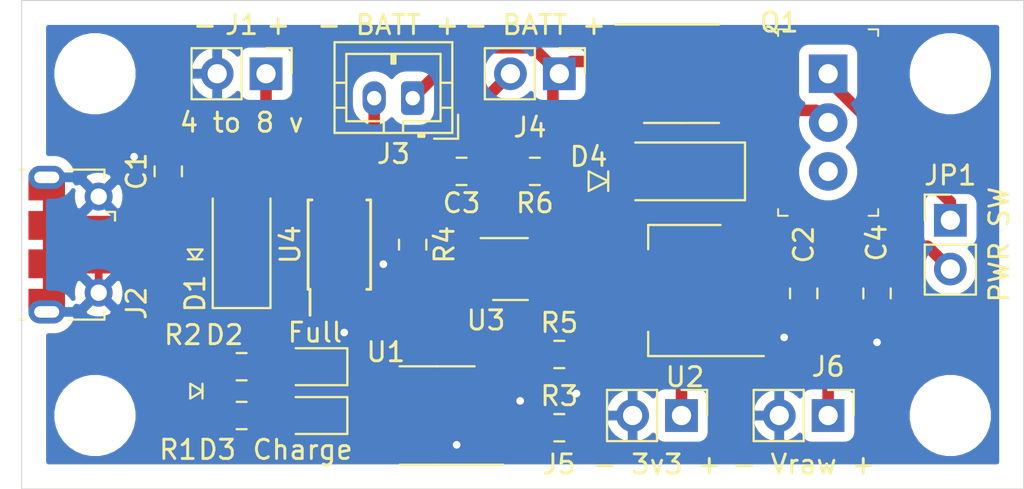
<source format=kicad_pcb>
(kicad_pcb (version 20171130) (host pcbnew 5.1.5+dfsg1-2build2)

  (general
    (thickness 1.6)
    (drawings 26)
    (tracks 131)
    (zones 0)
    (modules 31)
    (nets 19)
  )

  (page A4)
  (layers
    (0 F.Cu signal)
    (31 B.Cu signal)
    (32 B.Adhes user)
    (33 F.Adhes user)
    (34 B.Paste user)
    (35 F.Paste user)
    (36 B.SilkS user)
    (37 F.SilkS user)
    (38 B.Mask user)
    (39 F.Mask user)
    (40 Dwgs.User user)
    (41 Cmts.User user)
    (42 Eco1.User user)
    (43 Eco2.User user)
    (44 Edge.Cuts user)
    (45 Margin user)
    (46 B.CrtYd user)
    (47 F.CrtYd user)
    (48 B.Fab user)
    (49 F.Fab user hide)
  )

  (setup
    (last_trace_width 0.59944)
    (user_trace_width 0.14986)
    (user_trace_width 0.199898)
    (user_trace_width 0.39878)
    (user_trace_width 0.59944)
    (trace_clearance 0.2)
    (zone_clearance 0.508)
    (zone_45_only no)
    (trace_min 0.1524)
    (via_size 0.8)
    (via_drill 0.4)
    (via_min_size 0.5842)
    (via_min_drill 0.2794)
    (user_via 0.59944 0.29972)
    (user_via 0.89916 0.39878)
    (uvia_size 0.3)
    (uvia_drill 0.1)
    (uvias_allowed no)
    (uvia_min_size 0)
    (uvia_min_drill 0)
    (edge_width 0.05)
    (segment_width 0.2)
    (pcb_text_width 0.3)
    (pcb_text_size 1.5 1.5)
    (mod_edge_width 0.12)
    (mod_text_size 1 1)
    (mod_text_width 0.15)
    (pad_size 1.524 1.524)
    (pad_drill 0.762)
    (pad_to_mask_clearance 0.051)
    (solder_mask_min_width 0.25)
    (aux_axis_origin 0 0)
    (visible_elements FFFFFF7F)
    (pcbplotparams
      (layerselection 0x010fc_ffffffff)
      (usegerberextensions false)
      (usegerberattributes false)
      (usegerberadvancedattributes false)
      (creategerberjobfile false)
      (excludeedgelayer true)
      (linewidth 0.100000)
      (plotframeref false)
      (viasonmask false)
      (mode 1)
      (useauxorigin false)
      (hpglpennumber 1)
      (hpglpenspeed 20)
      (hpglpendiameter 15.000000)
      (psnegative false)
      (psa4output false)
      (plotreference true)
      (plotvalue true)
      (plotinvisibletext false)
      (padsonsilk false)
      (subtractmaskfromsilk false)
      (outputformat 1)
      (mirror false)
      (drillshape 0)
      (scaleselection 1)
      (outputdirectory ""))
  )

  (net 0 "")
  (net 1 GND)
  (net 2 "Net-(C1-Pad1)")
  (net 3 "Net-(C3-Pad1)")
  (net 4 "Net-(C3-Pad2)")
  (net 5 /Vraw)
  (net 6 "Net-(D2-Pad1)")
  (net 7 "Net-(D2-Pad2)")
  (net 8 "Net-(D3-Pad2)")
  (net 9 "Net-(D3-Pad1)")
  (net 10 "Net-(D1-Pad2)")
  (net 11 "Net-(J3-Pad1)")
  (net 12 VCC)
  (net 13 "Net-(JP1-Pad1)")
  (net 14 "Net-(D4-Pad1)")
  (net 15 "Net-(R3-Pad1)")
  (net 16 "Net-(R4-Pad1)")
  (net 17 "Net-(U3-Pad1)")
  (net 18 "Net-(U3-Pad3)")

  (net_class Default "This is the default net class."
    (clearance 0.2)
    (trace_width 0.25)
    (via_dia 0.8)
    (via_drill 0.4)
    (uvia_dia 0.3)
    (uvia_drill 0.1)
    (add_net /Vraw)
    (add_net GND)
    (add_net "Net-(C1-Pad1)")
    (add_net "Net-(C3-Pad1)")
    (add_net "Net-(C3-Pad2)")
    (add_net "Net-(D1-Pad2)")
    (add_net "Net-(D2-Pad1)")
    (add_net "Net-(D2-Pad2)")
    (add_net "Net-(D3-Pad1)")
    (add_net "Net-(D3-Pad2)")
    (add_net "Net-(D4-Pad1)")
    (add_net "Net-(J3-Pad1)")
    (add_net "Net-(JP1-Pad1)")
    (add_net "Net-(R3-Pad1)")
    (add_net "Net-(R4-Pad1)")
    (add_net "Net-(U3-Pad1)")
    (add_net "Net-(U3-Pad3)")
    (add_net VCC)
  )

  (module Package_SO:SOP-8_3.9x4.9mm_P1.27mm (layer F.Cu) (tedit 5D9F72B1) (tstamp 5F1D418B)
    (at 123.19 91.44 180)
    (descr "SOP, 8 Pin (http://www.macronix.com/Lists/Datasheet/Attachments/7534/MX25R3235F,%20Wide%20Range,%2032Mb,%20v1.6.pdf#page=79), generated with kicad-footprint-generator ipc_gullwing_generator.py")
    (tags "SOP SO")
    (path /5F1C20F1)
    (attr smd)
    (fp_text reference U1 (at 2.667 3.302) (layer F.SilkS)
      (effects (font (size 1 1) (thickness 0.15)))
    )
    (fp_text value TP4056-42-ESOP8 (at 0 3.4) (layer F.Fab)
      (effects (font (size 1 1) (thickness 0.15)))
    )
    (fp_line (start 0 2.56) (end 1.95 2.56) (layer F.SilkS) (width 0.12))
    (fp_line (start 0 2.56) (end -1.95 2.56) (layer F.SilkS) (width 0.12))
    (fp_line (start 0 -2.56) (end 1.95 -2.56) (layer F.SilkS) (width 0.12))
    (fp_line (start 0 -2.56) (end -3.45 -2.56) (layer F.SilkS) (width 0.12))
    (fp_line (start -0.975 -2.45) (end 1.95 -2.45) (layer F.Fab) (width 0.1))
    (fp_line (start 1.95 -2.45) (end 1.95 2.45) (layer F.Fab) (width 0.1))
    (fp_line (start 1.95 2.45) (end -1.95 2.45) (layer F.Fab) (width 0.1))
    (fp_line (start -1.95 2.45) (end -1.95 -1.475) (layer F.Fab) (width 0.1))
    (fp_line (start -1.95 -1.475) (end -0.975 -2.45) (layer F.Fab) (width 0.1))
    (fp_line (start -3.7 -2.7) (end -3.7 2.7) (layer F.CrtYd) (width 0.05))
    (fp_line (start -3.7 2.7) (end 3.7 2.7) (layer F.CrtYd) (width 0.05))
    (fp_line (start 3.7 2.7) (end 3.7 -2.7) (layer F.CrtYd) (width 0.05))
    (fp_line (start 3.7 -2.7) (end -3.7 -2.7) (layer F.CrtYd) (width 0.05))
    (fp_text user %R (at 0 0) (layer F.Fab)
      (effects (font (size 0.98 0.98) (thickness 0.15)))
    )
    (pad 1 smd roundrect (at -2.625 -1.905 180) (size 1.65 0.6) (layers F.Cu F.Paste F.Mask) (roundrect_rratio 0.25)
      (net 1 GND))
    (pad 2 smd roundrect (at -2.625 -0.635 180) (size 1.65 0.6) (layers F.Cu F.Paste F.Mask) (roundrect_rratio 0.25)
      (net 15 "Net-(R3-Pad1)"))
    (pad 3 smd roundrect (at -2.625 0.635 180) (size 1.65 0.6) (layers F.Cu F.Paste F.Mask) (roundrect_rratio 0.25)
      (net 1 GND))
    (pad 4 smd roundrect (at -2.625 1.905 180) (size 1.65 0.6) (layers F.Cu F.Paste F.Mask) (roundrect_rratio 0.25)
      (net 2 "Net-(C1-Pad1)"))
    (pad 5 smd roundrect (at 2.625 1.905 180) (size 1.65 0.6) (layers F.Cu F.Paste F.Mask) (roundrect_rratio 0.25)
      (net 11 "Net-(J3-Pad1)"))
    (pad 6 smd roundrect (at 2.625 0.635 180) (size 1.65 0.6) (layers F.Cu F.Paste F.Mask) (roundrect_rratio 0.25)
      (net 6 "Net-(D2-Pad1)"))
    (pad 7 smd roundrect (at 2.625 -0.635 180) (size 1.65 0.6) (layers F.Cu F.Paste F.Mask) (roundrect_rratio 0.25)
      (net 9 "Net-(D3-Pad1)"))
    (pad 8 smd roundrect (at 2.625 -1.905 180) (size 1.65 0.6) (layers F.Cu F.Paste F.Mask) (roundrect_rratio 0.25)
      (net 2 "Net-(C1-Pad1)"))
    (model ${KISYS3DMOD}/Package_SO.3dshapes/SOP-8_3.9x4.9mm_P1.27mm.wrl
      (at (xyz 0 0 0))
      (scale (xyz 1 1 1))
      (rotate (xyz 0 0 0))
    )
  )

  (module Capacitor_SMD:C_0805_2012Metric (layer F.Cu) (tedit 5B36C52B) (tstamp 5F1D728A)
    (at 109.22 78.74 90)
    (descr "Capacitor SMD 0805 (2012 Metric), square (rectangular) end terminal, IPC_7351 nominal, (Body size source: https://docs.google.com/spreadsheets/d/1BsfQQcO9C6DZCsRaXUlFlo91Tg2WpOkGARC1WS5S8t0/edit?usp=sharing), generated with kicad-footprint-generator")
    (tags capacitor)
    (path /5F1CD92F)
    (attr smd)
    (fp_text reference C1 (at 0 -1.65 90) (layer F.SilkS)
      (effects (font (size 1 1) (thickness 0.15)))
    )
    (fp_text value 10uF (at 0 1.65 90) (layer F.Fab)
      (effects (font (size 1 1) (thickness 0.15)))
    )
    (fp_text user %R (at 0 0 90) (layer F.Fab)
      (effects (font (size 0.5 0.5) (thickness 0.08)))
    )
    (fp_line (start 1.68 0.95) (end -1.68 0.95) (layer F.CrtYd) (width 0.05))
    (fp_line (start 1.68 -0.95) (end 1.68 0.95) (layer F.CrtYd) (width 0.05))
    (fp_line (start -1.68 -0.95) (end 1.68 -0.95) (layer F.CrtYd) (width 0.05))
    (fp_line (start -1.68 0.95) (end -1.68 -0.95) (layer F.CrtYd) (width 0.05))
    (fp_line (start -0.258578 0.71) (end 0.258578 0.71) (layer F.SilkS) (width 0.12))
    (fp_line (start -0.258578 -0.71) (end 0.258578 -0.71) (layer F.SilkS) (width 0.12))
    (fp_line (start 1 0.6) (end -1 0.6) (layer F.Fab) (width 0.1))
    (fp_line (start 1 -0.6) (end 1 0.6) (layer F.Fab) (width 0.1))
    (fp_line (start -1 -0.6) (end 1 -0.6) (layer F.Fab) (width 0.1))
    (fp_line (start -1 0.6) (end -1 -0.6) (layer F.Fab) (width 0.1))
    (pad 2 smd roundrect (at 0.9375 0 90) (size 0.975 1.4) (layers F.Cu F.Paste F.Mask) (roundrect_rratio 0.25)
      (net 1 GND))
    (pad 1 smd roundrect (at -0.9375 0 90) (size 0.975 1.4) (layers F.Cu F.Paste F.Mask) (roundrect_rratio 0.25)
      (net 2 "Net-(C1-Pad1)"))
    (model ${KISYS3DMOD}/Capacitor_SMD.3dshapes/C_0805_2012Metric.wrl
      (at (xyz 0 0 0))
      (scale (xyz 1 1 1))
      (rotate (xyz 0 0 0))
    )
  )

  (module Capacitor_SMD:C_0805_2012Metric (layer F.Cu) (tedit 5B36C52B) (tstamp 5F1D4445)
    (at 142.24 85.09 270)
    (descr "Capacitor SMD 0805 (2012 Metric), square (rectangular) end terminal, IPC_7351 nominal, (Body size source: https://docs.google.com/spreadsheets/d/1BsfQQcO9C6DZCsRaXUlFlo91Tg2WpOkGARC1WS5S8t0/edit?usp=sharing), generated with kicad-footprint-generator")
    (tags capacitor)
    (path /5F418E04)
    (attr smd)
    (fp_text reference C2 (at -2.54 0 90) (layer F.SilkS)
      (effects (font (size 1 1) (thickness 0.15)))
    )
    (fp_text value 10uF (at 0 1.65 90) (layer F.Fab)
      (effects (font (size 1 1) (thickness 0.15)))
    )
    (fp_line (start -1 0.6) (end -1 -0.6) (layer F.Fab) (width 0.1))
    (fp_line (start -1 -0.6) (end 1 -0.6) (layer F.Fab) (width 0.1))
    (fp_line (start 1 -0.6) (end 1 0.6) (layer F.Fab) (width 0.1))
    (fp_line (start 1 0.6) (end -1 0.6) (layer F.Fab) (width 0.1))
    (fp_line (start -0.258578 -0.71) (end 0.258578 -0.71) (layer F.SilkS) (width 0.12))
    (fp_line (start -0.258578 0.71) (end 0.258578 0.71) (layer F.SilkS) (width 0.12))
    (fp_line (start -1.68 0.95) (end -1.68 -0.95) (layer F.CrtYd) (width 0.05))
    (fp_line (start -1.68 -0.95) (end 1.68 -0.95) (layer F.CrtYd) (width 0.05))
    (fp_line (start 1.68 -0.95) (end 1.68 0.95) (layer F.CrtYd) (width 0.05))
    (fp_line (start 1.68 0.95) (end -1.68 0.95) (layer F.CrtYd) (width 0.05))
    (fp_text user %R (at 0 0 90) (layer F.Fab)
      (effects (font (size 0.5 0.5) (thickness 0.08)))
    )
    (pad 1 smd roundrect (at -0.9375 0 270) (size 0.975 1.4) (layers F.Cu F.Paste F.Mask) (roundrect_rratio 0.25)
      (net 12 VCC))
    (pad 2 smd roundrect (at 0.9375 0 270) (size 0.975 1.4) (layers F.Cu F.Paste F.Mask) (roundrect_rratio 0.25)
      (net 1 GND))
    (model ${KISYS3DMOD}/Capacitor_SMD.3dshapes/C_0805_2012Metric.wrl
      (at (xyz 0 0 0))
      (scale (xyz 1 1 1))
      (rotate (xyz 0 0 0))
    )
  )

  (module Capacitor_SMD:C_0805_2012Metric (layer F.Cu) (tedit 5B36C52B) (tstamp 5F1D5BE7)
    (at 124.46 78.74 180)
    (descr "Capacitor SMD 0805 (2012 Metric), square (rectangular) end terminal, IPC_7351 nominal, (Body size source: https://docs.google.com/spreadsheets/d/1BsfQQcO9C6DZCsRaXUlFlo91Tg2WpOkGARC1WS5S8t0/edit?usp=sharing), generated with kicad-footprint-generator")
    (tags capacitor)
    (path /5F33181A)
    (attr smd)
    (fp_text reference C3 (at 0 -1.65) (layer F.SilkS)
      (effects (font (size 1 1) (thickness 0.15)))
    )
    (fp_text value "0.1 uF" (at 0 1.65) (layer F.Fab)
      (effects (font (size 1 1) (thickness 0.15)))
    )
    (fp_line (start -1 0.6) (end -1 -0.6) (layer F.Fab) (width 0.1))
    (fp_line (start -1 -0.6) (end 1 -0.6) (layer F.Fab) (width 0.1))
    (fp_line (start 1 -0.6) (end 1 0.6) (layer F.Fab) (width 0.1))
    (fp_line (start 1 0.6) (end -1 0.6) (layer F.Fab) (width 0.1))
    (fp_line (start -0.258578 -0.71) (end 0.258578 -0.71) (layer F.SilkS) (width 0.12))
    (fp_line (start -0.258578 0.71) (end 0.258578 0.71) (layer F.SilkS) (width 0.12))
    (fp_line (start -1.68 0.95) (end -1.68 -0.95) (layer F.CrtYd) (width 0.05))
    (fp_line (start -1.68 -0.95) (end 1.68 -0.95) (layer F.CrtYd) (width 0.05))
    (fp_line (start 1.68 -0.95) (end 1.68 0.95) (layer F.CrtYd) (width 0.05))
    (fp_line (start 1.68 0.95) (end -1.68 0.95) (layer F.CrtYd) (width 0.05))
    (fp_text user %R (at 0 0) (layer F.Fab)
      (effects (font (size 0.5 0.5) (thickness 0.08)))
    )
    (pad 1 smd roundrect (at -0.9375 0 180) (size 0.975 1.4) (layers F.Cu F.Paste F.Mask) (roundrect_rratio 0.25)
      (net 3 "Net-(C3-Pad1)"))
    (pad 2 smd roundrect (at 0.9375 0 180) (size 0.975 1.4) (layers F.Cu F.Paste F.Mask) (roundrect_rratio 0.25)
      (net 4 "Net-(C3-Pad2)"))
    (model ${KISYS3DMOD}/Capacitor_SMD.3dshapes/C_0805_2012Metric.wrl
      (at (xyz 0 0 0))
      (scale (xyz 1 1 1))
      (rotate (xyz 0 0 0))
    )
  )

  (module Capacitor_SMD:C_0805_2012Metric (layer F.Cu) (tedit 5B36C52B) (tstamp 5F1D5D9A)
    (at 146.05 85.09 270)
    (descr "Capacitor SMD 0805 (2012 Metric), square (rectangular) end terminal, IPC_7351 nominal, (Body size source: https://docs.google.com/spreadsheets/d/1BsfQQcO9C6DZCsRaXUlFlo91Tg2WpOkGARC1WS5S8t0/edit?usp=sharing), generated with kicad-footprint-generator")
    (tags capacitor)
    (path /5F4A5669)
    (attr smd)
    (fp_text reference C4 (at -2.6416 0.0254 90) (layer F.SilkS)
      (effects (font (size 1 1) (thickness 0.15)))
    )
    (fp_text value "10 uF" (at 0 1.65 90) (layer F.Fab)
      (effects (font (size 1 1) (thickness 0.15)))
    )
    (fp_text user %R (at 0 0 90) (layer F.Fab)
      (effects (font (size 0.5 0.5) (thickness 0.08)))
    )
    (fp_line (start 1.68 0.95) (end -1.68 0.95) (layer F.CrtYd) (width 0.05))
    (fp_line (start 1.68 -0.95) (end 1.68 0.95) (layer F.CrtYd) (width 0.05))
    (fp_line (start -1.68 -0.95) (end 1.68 -0.95) (layer F.CrtYd) (width 0.05))
    (fp_line (start -1.68 0.95) (end -1.68 -0.95) (layer F.CrtYd) (width 0.05))
    (fp_line (start -0.258578 0.71) (end 0.258578 0.71) (layer F.SilkS) (width 0.12))
    (fp_line (start -0.258578 -0.71) (end 0.258578 -0.71) (layer F.SilkS) (width 0.12))
    (fp_line (start 1 0.6) (end -1 0.6) (layer F.Fab) (width 0.1))
    (fp_line (start 1 -0.6) (end 1 0.6) (layer F.Fab) (width 0.1))
    (fp_line (start -1 -0.6) (end 1 -0.6) (layer F.Fab) (width 0.1))
    (fp_line (start -1 0.6) (end -1 -0.6) (layer F.Fab) (width 0.1))
    (pad 2 smd roundrect (at 0.9375 0 270) (size 0.975 1.4) (layers F.Cu F.Paste F.Mask) (roundrect_rratio 0.25)
      (net 1 GND))
    (pad 1 smd roundrect (at -0.9375 0 270) (size 0.975 1.4) (layers F.Cu F.Paste F.Mask) (roundrect_rratio 0.25)
      (net 5 /Vraw))
    (model ${KISYS3DMOD}/Capacitor_SMD.3dshapes/C_0805_2012Metric.wrl
      (at (xyz 0 0 0))
      (scale (xyz 1 1 1))
      (rotate (xyz 0 0 0))
    )
  )

  (module LED_SMD:LED_0805_2012Metric (layer F.Cu) (tedit 5B36C52C) (tstamp 5F1D6CD9)
    (at 116.84 88.9 180)
    (descr "LED SMD 0805 (2012 Metric), square (rectangular) end terminal, IPC_7351 nominal, (Body size source: https://docs.google.com/spreadsheets/d/1BsfQQcO9C6DZCsRaXUlFlo91Tg2WpOkGARC1WS5S8t0/edit?usp=sharing), generated with kicad-footprint-generator")
    (tags diode)
    (path /5F1CE46C)
    (attr smd)
    (fp_text reference D2 (at 4.699 1.651) (layer F.SilkS)
      (effects (font (size 1 1) (thickness 0.15)))
    )
    (fp_text value green (at 0 1.65) (layer F.Fab)
      (effects (font (size 1 1) (thickness 0.15)))
    )
    (fp_line (start 1 -0.6) (end -0.7 -0.6) (layer F.Fab) (width 0.1))
    (fp_line (start -0.7 -0.6) (end -1 -0.3) (layer F.Fab) (width 0.1))
    (fp_line (start -1 -0.3) (end -1 0.6) (layer F.Fab) (width 0.1))
    (fp_line (start -1 0.6) (end 1 0.6) (layer F.Fab) (width 0.1))
    (fp_line (start 1 0.6) (end 1 -0.6) (layer F.Fab) (width 0.1))
    (fp_line (start 1 -0.96) (end -1.685 -0.96) (layer F.SilkS) (width 0.12))
    (fp_line (start -1.685 -0.96) (end -1.685 0.96) (layer F.SilkS) (width 0.12))
    (fp_line (start -1.685 0.96) (end 1 0.96) (layer F.SilkS) (width 0.12))
    (fp_line (start -1.68 0.95) (end -1.68 -0.95) (layer F.CrtYd) (width 0.05))
    (fp_line (start -1.68 -0.95) (end 1.68 -0.95) (layer F.CrtYd) (width 0.05))
    (fp_line (start 1.68 -0.95) (end 1.68 0.95) (layer F.CrtYd) (width 0.05))
    (fp_line (start 1.68 0.95) (end -1.68 0.95) (layer F.CrtYd) (width 0.05))
    (fp_text user %R (at 0 0) (layer F.Fab)
      (effects (font (size 0.5 0.5) (thickness 0.08)))
    )
    (pad 1 smd roundrect (at -0.9375 0 180) (size 0.975 1.4) (layers F.Cu F.Paste F.Mask) (roundrect_rratio 0.25)
      (net 6 "Net-(D2-Pad1)"))
    (pad 2 smd roundrect (at 0.9375 0 180) (size 0.975 1.4) (layers F.Cu F.Paste F.Mask) (roundrect_rratio 0.25)
      (net 7 "Net-(D2-Pad2)"))
    (model ${KISYS3DMOD}/LED_SMD.3dshapes/LED_0805_2012Metric.wrl
      (at (xyz 0 0 0))
      (scale (xyz 1 1 1))
      (rotate (xyz 0 0 0))
    )
  )

  (module LED_SMD:LED_0805_2012Metric (layer F.Cu) (tedit 5B36C52C) (tstamp 5F1D6D3F)
    (at 116.84 91.44 180)
    (descr "LED SMD 0805 (2012 Metric), square (rectangular) end terminal, IPC_7351 nominal, (Body size source: https://docs.google.com/spreadsheets/d/1BsfQQcO9C6DZCsRaXUlFlo91Tg2WpOkGARC1WS5S8t0/edit?usp=sharing), generated with kicad-footprint-generator")
    (tags diode)
    (path /5F1CF0FF)
    (attr smd)
    (fp_text reference D3 (at 5.08 -1.778) (layer F.SilkS)
      (effects (font (size 1 1) (thickness 0.15)))
    )
    (fp_text value yellow (at 0 1.65) (layer F.Fab)
      (effects (font (size 1 1) (thickness 0.15)))
    )
    (fp_text user %R (at 0 0) (layer F.Fab)
      (effects (font (size 0.5 0.5) (thickness 0.08)))
    )
    (fp_line (start 1.68 0.95) (end -1.68 0.95) (layer F.CrtYd) (width 0.05))
    (fp_line (start 1.68 -0.95) (end 1.68 0.95) (layer F.CrtYd) (width 0.05))
    (fp_line (start -1.68 -0.95) (end 1.68 -0.95) (layer F.CrtYd) (width 0.05))
    (fp_line (start -1.68 0.95) (end -1.68 -0.95) (layer F.CrtYd) (width 0.05))
    (fp_line (start -1.685 0.96) (end 1 0.96) (layer F.SilkS) (width 0.12))
    (fp_line (start -1.685 -0.96) (end -1.685 0.96) (layer F.SilkS) (width 0.12))
    (fp_line (start 1 -0.96) (end -1.685 -0.96) (layer F.SilkS) (width 0.12))
    (fp_line (start 1 0.6) (end 1 -0.6) (layer F.Fab) (width 0.1))
    (fp_line (start -1 0.6) (end 1 0.6) (layer F.Fab) (width 0.1))
    (fp_line (start -1 -0.3) (end -1 0.6) (layer F.Fab) (width 0.1))
    (fp_line (start -0.7 -0.6) (end -1 -0.3) (layer F.Fab) (width 0.1))
    (fp_line (start 1 -0.6) (end -0.7 -0.6) (layer F.Fab) (width 0.1))
    (pad 2 smd roundrect (at 0.9375 0 180) (size 0.975 1.4) (layers F.Cu F.Paste F.Mask) (roundrect_rratio 0.25)
      (net 8 "Net-(D3-Pad2)"))
    (pad 1 smd roundrect (at -0.9375 0 180) (size 0.975 1.4) (layers F.Cu F.Paste F.Mask) (roundrect_rratio 0.25)
      (net 9 "Net-(D3-Pad1)"))
    (model ${KISYS3DMOD}/LED_SMD.3dshapes/LED_0805_2012Metric.wrl
      (at (xyz 0 0 0))
      (scale (xyz 1 1 1))
      (rotate (xyz 0 0 0))
    )
  )

  (module MountingHole:MountingHole_3.2mm_M3 (layer F.Cu) (tedit 56D1B4CB) (tstamp 5F1D93C6)
    (at 149.86 73.66)
    (descr "Mounting Hole 3.2mm, no annular, M3")
    (tags "mounting hole 3.2mm no annular m3")
    (path /5F51BD94)
    (attr virtual)
    (fp_text reference H1 (at 0 -4.2) (layer F.SilkS) hide
      (effects (font (size 1 1) (thickness 0.15)))
    )
    (fp_text value MountingHole (at 0 4.2) (layer F.Fab)
      (effects (font (size 1 1) (thickness 0.15)))
    )
    (fp_circle (center 0 0) (end 3.45 0) (layer F.CrtYd) (width 0.05))
    (fp_circle (center 0 0) (end 3.2 0) (layer Cmts.User) (width 0.15))
    (fp_text user %R (at 0.3 0) (layer F.Fab)
      (effects (font (size 1 1) (thickness 0.15)))
    )
    (pad 1 np_thru_hole circle (at 0 0) (size 3.2 3.2) (drill 3.2) (layers *.Cu *.Mask))
  )

  (module MountingHole:MountingHole_3.2mm_M3 (layer F.Cu) (tedit 56D1B4CB) (tstamp 5F1D2536)
    (at 105.41 91.44)
    (descr "Mounting Hole 3.2mm, no annular, M3")
    (tags "mounting hole 3.2mm no annular m3")
    (path /5F51D16F)
    (attr virtual)
    (fp_text reference H2 (at 0 -4.2) (layer F.SilkS) hide
      (effects (font (size 1 1) (thickness 0.15)))
    )
    (fp_text value MountingHole (at 0 4.2) (layer F.Fab)
      (effects (font (size 1 1) (thickness 0.15)))
    )
    (fp_text user %R (at 0.3 0) (layer F.Fab)
      (effects (font (size 1 1) (thickness 0.15)))
    )
    (fp_circle (center 0 0) (end 3.2 0) (layer Cmts.User) (width 0.15))
    (fp_circle (center 0 0) (end 3.45 0) (layer F.CrtYd) (width 0.05))
    (pad 1 np_thru_hole circle (at 0 0) (size 3.2 3.2) (drill 3.2) (layers *.Cu *.Mask))
  )

  (module MountingHole:MountingHole_3.2mm_M3 (layer F.Cu) (tedit 56D1B4CB) (tstamp 5F1D6E8D)
    (at 105.41 73.66)
    (descr "Mounting Hole 3.2mm, no annular, M3")
    (tags "mounting hole 3.2mm no annular m3")
    (path /5F51E12D)
    (attr virtual)
    (fp_text reference H3 (at 0 -4.2) (layer F.SilkS) hide
      (effects (font (size 1 1) (thickness 0.15)))
    )
    (fp_text value MountingHole (at 0 4.2) (layer F.Fab)
      (effects (font (size 1 1) (thickness 0.15)))
    )
    (fp_text user %R (at 0.3 0) (layer F.Fab)
      (effects (font (size 1 1) (thickness 0.15)))
    )
    (fp_circle (center 0 0) (end 3.2 0) (layer Cmts.User) (width 0.15))
    (fp_circle (center 0 0) (end 3.45 0) (layer F.CrtYd) (width 0.05))
    (pad 1 np_thru_hole circle (at 0 0) (size 3.2 3.2) (drill 3.2) (layers *.Cu *.Mask))
  )

  (module MountingHole:MountingHole_3.2mm_M3 (layer F.Cu) (tedit 56D1B4CB) (tstamp 5F1D1B93)
    (at 149.86 91.44)
    (descr "Mounting Hole 3.2mm, no annular, M3")
    (tags "mounting hole 3.2mm no annular m3")
    (path /5F51F09D)
    (attr virtual)
    (fp_text reference H4 (at 0 -4.2) (layer F.SilkS) hide
      (effects (font (size 1 1) (thickness 0.15)))
    )
    (fp_text value MountingHole (at 0 4.2) (layer F.Fab)
      (effects (font (size 1 1) (thickness 0.15)))
    )
    (fp_circle (center 0 0) (end 3.45 0) (layer F.CrtYd) (width 0.05))
    (fp_circle (center 0 0) (end 3.2 0) (layer Cmts.User) (width 0.15))
    (fp_text user %R (at 0.3 0) (layer F.Fab)
      (effects (font (size 1 1) (thickness 0.15)))
    )
    (pad 1 np_thru_hole circle (at 0 0) (size 3.2 3.2) (drill 3.2) (layers *.Cu *.Mask))
  )

  (module Connector_PinHeader_2.54mm:PinHeader_1x02_P2.54mm_Vertical (layer F.Cu) (tedit 59FED5CC) (tstamp 5F1D348B)
    (at 114.3 73.66 270)
    (descr "Through hole straight pin header, 1x02, 2.54mm pitch, single row")
    (tags "Through hole pin header THT 1x02 2.54mm single row")
    (path /5F1C67C5)
    (fp_text reference J1 (at -2.54 1.27 180) (layer F.SilkS)
      (effects (font (size 1 1) (thickness 0.15)))
    )
    (fp_text value Conn_01x02_Male (at 0 4.87 90) (layer F.Fab)
      (effects (font (size 1 1) (thickness 0.15)))
    )
    (fp_line (start -0.635 -1.27) (end 1.27 -1.27) (layer F.Fab) (width 0.1))
    (fp_line (start 1.27 -1.27) (end 1.27 3.81) (layer F.Fab) (width 0.1))
    (fp_line (start 1.27 3.81) (end -1.27 3.81) (layer F.Fab) (width 0.1))
    (fp_line (start -1.27 3.81) (end -1.27 -0.635) (layer F.Fab) (width 0.1))
    (fp_line (start -1.27 -0.635) (end -0.635 -1.27) (layer F.Fab) (width 0.1))
    (fp_line (start -1.33 3.87) (end 1.33 3.87) (layer F.SilkS) (width 0.12))
    (fp_line (start -1.33 1.27) (end -1.33 3.87) (layer F.SilkS) (width 0.12))
    (fp_line (start 1.33 1.27) (end 1.33 3.87) (layer F.SilkS) (width 0.12))
    (fp_line (start -1.33 1.27) (end 1.33 1.27) (layer F.SilkS) (width 0.12))
    (fp_line (start -1.33 0) (end -1.33 -1.33) (layer F.SilkS) (width 0.12))
    (fp_line (start -1.33 -1.33) (end 0 -1.33) (layer F.SilkS) (width 0.12))
    (fp_line (start -1.8 -1.8) (end -1.8 4.35) (layer F.CrtYd) (width 0.05))
    (fp_line (start -1.8 4.35) (end 1.8 4.35) (layer F.CrtYd) (width 0.05))
    (fp_line (start 1.8 4.35) (end 1.8 -1.8) (layer F.CrtYd) (width 0.05))
    (fp_line (start 1.8 -1.8) (end -1.8 -1.8) (layer F.CrtYd) (width 0.05))
    (fp_text user %R (at 0 1.27 270) (layer F.Fab)
      (effects (font (size 1 1) (thickness 0.15)))
    )
    (pad 1 thru_hole rect (at 0 0 270) (size 1.7 1.7) (drill 1) (layers *.Cu *.Mask)
      (net 10 "Net-(D1-Pad2)"))
    (pad 2 thru_hole oval (at 0 2.54 270) (size 1.7 1.7) (drill 1) (layers *.Cu *.Mask)
      (net 1 GND))
    (model ${KISYS3DMOD}/Connector_PinHeader_2.54mm.3dshapes/PinHeader_1x02_P2.54mm_Vertical.wrl
      (at (xyz 0 0 0))
      (scale (xyz 1 1 1))
      (rotate (xyz 0 0 0))
    )
  )

  (module Connector_USB:USB_Micro-B_Molex-105017-0001 (layer F.Cu) (tedit 5A1DC0BE) (tstamp 5F1DA3E7)
    (at 104.14 82.55 270)
    (descr http://www.molex.com/pdm_docs/sd/1050170001_sd.pdf)
    (tags "Micro-USB SMD Typ-B")
    (path /5F1F27BC)
    (attr smd)
    (fp_text reference J2 (at 3.048 -3.429 90) (layer F.SilkS)
      (effects (font (size 1 1) (thickness 0.15)))
    )
    (fp_text value USB_B_Micro (at 0.3 4.3375 90) (layer F.Fab)
      (effects (font (size 1 1) (thickness 0.15)))
    )
    (fp_text user "PCB Edge" (at 0 2.6875 90) (layer Dwgs.User)
      (effects (font (size 0.5 0.5) (thickness 0.08)))
    )
    (fp_text user %R (at 0 0.8875 90) (layer F.Fab)
      (effects (font (size 1 1) (thickness 0.15)))
    )
    (fp_line (start -4.4 3.64) (end 4.4 3.64) (layer F.CrtYd) (width 0.05))
    (fp_line (start 4.4 -2.46) (end 4.4 3.64) (layer F.CrtYd) (width 0.05))
    (fp_line (start -4.4 -2.46) (end 4.4 -2.46) (layer F.CrtYd) (width 0.05))
    (fp_line (start -4.4 3.64) (end -4.4 -2.46) (layer F.CrtYd) (width 0.05))
    (fp_line (start -3.9 -1.7625) (end -3.45 -1.7625) (layer F.SilkS) (width 0.12))
    (fp_line (start -3.9 0.0875) (end -3.9 -1.7625) (layer F.SilkS) (width 0.12))
    (fp_line (start 3.9 2.6375) (end 3.9 2.3875) (layer F.SilkS) (width 0.12))
    (fp_line (start 3.75 3.3875) (end 3.75 -1.6125) (layer F.Fab) (width 0.1))
    (fp_line (start -3 2.689204) (end 3 2.689204) (layer F.Fab) (width 0.1))
    (fp_line (start -3.75 3.389204) (end 3.75 3.389204) (layer F.Fab) (width 0.1))
    (fp_line (start -3.75 -1.6125) (end 3.75 -1.6125) (layer F.Fab) (width 0.1))
    (fp_line (start -3.75 3.3875) (end -3.75 -1.6125) (layer F.Fab) (width 0.1))
    (fp_line (start -3.9 2.6375) (end -3.9 2.3875) (layer F.SilkS) (width 0.12))
    (fp_line (start 3.9 0.0875) (end 3.9 -1.7625) (layer F.SilkS) (width 0.12))
    (fp_line (start 3.9 -1.7625) (end 3.45 -1.7625) (layer F.SilkS) (width 0.12))
    (fp_line (start -1.7 -2.3125) (end -1.25 -2.3125) (layer F.SilkS) (width 0.12))
    (fp_line (start -1.7 -2.3125) (end -1.7 -1.8625) (layer F.SilkS) (width 0.12))
    (fp_line (start -1.3 -1.7125) (end -1.5 -1.9125) (layer F.Fab) (width 0.1))
    (fp_line (start -1.1 -1.9125) (end -1.3 -1.7125) (layer F.Fab) (width 0.1))
    (fp_line (start -1.5 -2.1225) (end -1.1 -2.1225) (layer F.Fab) (width 0.1))
    (fp_line (start -1.5 -2.1225) (end -1.5 -1.9125) (layer F.Fab) (width 0.1))
    (fp_line (start -1.1 -2.1225) (end -1.1 -1.9125) (layer F.Fab) (width 0.1))
    (pad 6 smd rect (at 1 1.2375 270) (size 1.5 1.9) (layers F.Cu F.Paste F.Mask)
      (net 1 GND))
    (pad 6 thru_hole circle (at -2.5 -1.4625 270) (size 1.45 1.45) (drill 0.85) (layers *.Cu *.Mask)
      (net 1 GND))
    (pad 2 smd rect (at -0.65 -1.4625 270) (size 0.4 1.35) (layers F.Cu F.Paste F.Mask))
    (pad 1 smd rect (at -1.3 -1.4625 270) (size 0.4 1.35) (layers F.Cu F.Paste F.Mask)
      (net 2 "Net-(C1-Pad1)"))
    (pad 5 smd rect (at 1.3 -1.4625 270) (size 0.4 1.35) (layers F.Cu F.Paste F.Mask)
      (net 1 GND))
    (pad 4 smd rect (at 0.65 -1.4625 270) (size 0.4 1.35) (layers F.Cu F.Paste F.Mask))
    (pad 3 smd rect (at 0 -1.4625 270) (size 0.4 1.35) (layers F.Cu F.Paste F.Mask))
    (pad 6 thru_hole circle (at 2.5 -1.4625 270) (size 1.45 1.45) (drill 0.85) (layers *.Cu *.Mask)
      (net 1 GND))
    (pad 6 smd rect (at -1 1.2375 270) (size 1.5 1.9) (layers F.Cu F.Paste F.Mask)
      (net 1 GND))
    (pad 6 thru_hole oval (at -3.5 1.2375 90) (size 1.2 1.9) (drill oval 0.6 1.3) (layers *.Cu *.Mask)
      (net 1 GND))
    (pad 6 thru_hole oval (at 3.5 1.2375 270) (size 1.2 1.9) (drill oval 0.6 1.3) (layers *.Cu *.Mask)
      (net 1 GND))
    (pad 6 smd rect (at 2.9 1.2375 270) (size 1.2 1.9) (layers F.Cu F.Mask)
      (net 1 GND))
    (pad 6 smd rect (at -2.9 1.2375 270) (size 1.2 1.9) (layers F.Cu F.Mask)
      (net 1 GND))
    (model ${KISYS3DMOD}/Connector_USB.3dshapes/USB_Micro-B_Molex-105017-0001.wrl
      (at (xyz 0 0 0))
      (scale (xyz 1 1 1))
      (rotate (xyz 0 0 0))
    )
  )

  (module Connector_JST:JST_PH_B2B-PH-K_1x02_P2.00mm_Vertical (layer F.Cu) (tedit 5B7745C2) (tstamp 5F1D708C)
    (at 121.92 74.93 180)
    (descr "JST PH series connector, B2B-PH-K (http://www.jst-mfg.com/product/pdf/eng/ePH.pdf), generated with kicad-footprint-generator")
    (tags "connector JST PH side entry")
    (path /5F226607)
    (fp_text reference J3 (at 1 -2.9) (layer F.SilkS)
      (effects (font (size 1 1) (thickness 0.15)))
    )
    (fp_text value Conn_01x02_Male (at 1 4) (layer F.Fab)
      (effects (font (size 1 1) (thickness 0.15)))
    )
    (fp_line (start -2.06 -1.81) (end -2.06 2.91) (layer F.SilkS) (width 0.12))
    (fp_line (start -2.06 2.91) (end 4.06 2.91) (layer F.SilkS) (width 0.12))
    (fp_line (start 4.06 2.91) (end 4.06 -1.81) (layer F.SilkS) (width 0.12))
    (fp_line (start 4.06 -1.81) (end -2.06 -1.81) (layer F.SilkS) (width 0.12))
    (fp_line (start -0.3 -1.81) (end -0.3 -2.01) (layer F.SilkS) (width 0.12))
    (fp_line (start -0.3 -2.01) (end -0.6 -2.01) (layer F.SilkS) (width 0.12))
    (fp_line (start -0.6 -2.01) (end -0.6 -1.81) (layer F.SilkS) (width 0.12))
    (fp_line (start -0.3 -1.91) (end -0.6 -1.91) (layer F.SilkS) (width 0.12))
    (fp_line (start 0.5 -1.81) (end 0.5 -1.2) (layer F.SilkS) (width 0.12))
    (fp_line (start 0.5 -1.2) (end -1.45 -1.2) (layer F.SilkS) (width 0.12))
    (fp_line (start -1.45 -1.2) (end -1.45 2.3) (layer F.SilkS) (width 0.12))
    (fp_line (start -1.45 2.3) (end 3.45 2.3) (layer F.SilkS) (width 0.12))
    (fp_line (start 3.45 2.3) (end 3.45 -1.2) (layer F.SilkS) (width 0.12))
    (fp_line (start 3.45 -1.2) (end 1.5 -1.2) (layer F.SilkS) (width 0.12))
    (fp_line (start 1.5 -1.2) (end 1.5 -1.81) (layer F.SilkS) (width 0.12))
    (fp_line (start -2.06 -0.5) (end -1.45 -0.5) (layer F.SilkS) (width 0.12))
    (fp_line (start -2.06 0.8) (end -1.45 0.8) (layer F.SilkS) (width 0.12))
    (fp_line (start 4.06 -0.5) (end 3.45 -0.5) (layer F.SilkS) (width 0.12))
    (fp_line (start 4.06 0.8) (end 3.45 0.8) (layer F.SilkS) (width 0.12))
    (fp_line (start 0.9 2.3) (end 0.9 1.8) (layer F.SilkS) (width 0.12))
    (fp_line (start 0.9 1.8) (end 1.1 1.8) (layer F.SilkS) (width 0.12))
    (fp_line (start 1.1 1.8) (end 1.1 2.3) (layer F.SilkS) (width 0.12))
    (fp_line (start 1 2.3) (end 1 1.8) (layer F.SilkS) (width 0.12))
    (fp_line (start -1.11 -2.11) (end -2.36 -2.11) (layer F.SilkS) (width 0.12))
    (fp_line (start -2.36 -2.11) (end -2.36 -0.86) (layer F.SilkS) (width 0.12))
    (fp_line (start -1.11 -2.11) (end -2.36 -2.11) (layer F.Fab) (width 0.1))
    (fp_line (start -2.36 -2.11) (end -2.36 -0.86) (layer F.Fab) (width 0.1))
    (fp_line (start -1.95 -1.7) (end -1.95 2.8) (layer F.Fab) (width 0.1))
    (fp_line (start -1.95 2.8) (end 3.95 2.8) (layer F.Fab) (width 0.1))
    (fp_line (start 3.95 2.8) (end 3.95 -1.7) (layer F.Fab) (width 0.1))
    (fp_line (start 3.95 -1.7) (end -1.95 -1.7) (layer F.Fab) (width 0.1))
    (fp_line (start -2.45 -2.2) (end -2.45 3.3) (layer F.CrtYd) (width 0.05))
    (fp_line (start -2.45 3.3) (end 4.45 3.3) (layer F.CrtYd) (width 0.05))
    (fp_line (start 4.45 3.3) (end 4.45 -2.2) (layer F.CrtYd) (width 0.05))
    (fp_line (start 4.45 -2.2) (end -2.45 -2.2) (layer F.CrtYd) (width 0.05))
    (fp_text user %R (at 1 1.5) (layer F.Fab)
      (effects (font (size 1 1) (thickness 0.15)))
    )
    (pad 1 thru_hole roundrect (at 0 0 180) (size 1.2 1.75) (drill 0.75) (layers *.Cu *.Mask) (roundrect_rratio 0.208333)
      (net 11 "Net-(J3-Pad1)"))
    (pad 2 thru_hole oval (at 2 0 180) (size 1.2 1.75) (drill 0.75) (layers *.Cu *.Mask)
      (net 4 "Net-(C3-Pad2)"))
    (model ${KISYS3DMOD}/Connector_JST.3dshapes/JST_PH_B2B-PH-K_1x02_P2.00mm_Vertical.wrl
      (at (xyz 0 0 0))
      (scale (xyz 1 1 1))
      (rotate (xyz 0 0 0))
    )
  )

  (module Connector_PinHeader_2.54mm:PinHeader_1x02_P2.54mm_Vertical (layer F.Cu) (tedit 59FED5CC) (tstamp 5F1D4546)
    (at 129.54 73.66 270)
    (descr "Through hole straight pin header, 1x02, 2.54mm pitch, single row")
    (tags "Through hole pin header THT 1x02 2.54mm single row")
    (path /5F47D954)
    (fp_text reference J4 (at 2.794 1.524 180) (layer F.SilkS)
      (effects (font (size 1 1) (thickness 0.15)))
    )
    (fp_text value Conn_01x02_Male (at 0 4.87 90) (layer F.Fab)
      (effects (font (size 1 1) (thickness 0.15)))
    )
    (fp_text user %R (at 0 1.27) (layer F.Fab)
      (effects (font (size 1 1) (thickness 0.15)))
    )
    (fp_line (start 1.8 -1.8) (end -1.8 -1.8) (layer F.CrtYd) (width 0.05))
    (fp_line (start 1.8 4.35) (end 1.8 -1.8) (layer F.CrtYd) (width 0.05))
    (fp_line (start -1.8 4.35) (end 1.8 4.35) (layer F.CrtYd) (width 0.05))
    (fp_line (start -1.8 -1.8) (end -1.8 4.35) (layer F.CrtYd) (width 0.05))
    (fp_line (start -1.33 -1.33) (end 0 -1.33) (layer F.SilkS) (width 0.12))
    (fp_line (start -1.33 0) (end -1.33 -1.33) (layer F.SilkS) (width 0.12))
    (fp_line (start -1.33 1.27) (end 1.33 1.27) (layer F.SilkS) (width 0.12))
    (fp_line (start 1.33 1.27) (end 1.33 3.87) (layer F.SilkS) (width 0.12))
    (fp_line (start -1.33 1.27) (end -1.33 3.87) (layer F.SilkS) (width 0.12))
    (fp_line (start -1.33 3.87) (end 1.33 3.87) (layer F.SilkS) (width 0.12))
    (fp_line (start -1.27 -0.635) (end -0.635 -1.27) (layer F.Fab) (width 0.1))
    (fp_line (start -1.27 3.81) (end -1.27 -0.635) (layer F.Fab) (width 0.1))
    (fp_line (start 1.27 3.81) (end -1.27 3.81) (layer F.Fab) (width 0.1))
    (fp_line (start 1.27 -1.27) (end 1.27 3.81) (layer F.Fab) (width 0.1))
    (fp_line (start -0.635 -1.27) (end 1.27 -1.27) (layer F.Fab) (width 0.1))
    (pad 2 thru_hole oval (at 0 2.54 270) (size 1.7 1.7) (drill 1) (layers *.Cu *.Mask)
      (net 4 "Net-(C3-Pad2)"))
    (pad 1 thru_hole rect (at 0 0 270) (size 1.7 1.7) (drill 1) (layers *.Cu *.Mask)
      (net 11 "Net-(J3-Pad1)"))
    (model ${KISYS3DMOD}/Connector_PinHeader_2.54mm.3dshapes/PinHeader_1x02_P2.54mm_Vertical.wrl
      (at (xyz 0 0 0))
      (scale (xyz 1 1 1))
      (rotate (xyz 0 0 0))
    )
  )

  (module Connector_PinHeader_2.54mm:PinHeader_1x02_P2.54mm_Vertical (layer F.Cu) (tedit 59FED5CC) (tstamp 5F1D9074)
    (at 135.89 91.44 270)
    (descr "Through hole straight pin header, 1x02, 2.54mm pitch, single row")
    (tags "Through hole pin header THT 1x02 2.54mm single row")
    (path /5F50A14B)
    (fp_text reference J5 (at 2.54 6.35 180) (layer F.SilkS)
      (effects (font (size 1 1) (thickness 0.15)))
    )
    (fp_text value Conn_01x02_Male (at 0 4.87 90) (layer F.Fab)
      (effects (font (size 1 1) (thickness 0.15)))
    )
    (fp_line (start -0.635 -1.27) (end 1.27 -1.27) (layer F.Fab) (width 0.1))
    (fp_line (start 1.27 -1.27) (end 1.27 3.81) (layer F.Fab) (width 0.1))
    (fp_line (start 1.27 3.81) (end -1.27 3.81) (layer F.Fab) (width 0.1))
    (fp_line (start -1.27 3.81) (end -1.27 -0.635) (layer F.Fab) (width 0.1))
    (fp_line (start -1.27 -0.635) (end -0.635 -1.27) (layer F.Fab) (width 0.1))
    (fp_line (start -1.33 3.87) (end 1.33 3.87) (layer F.SilkS) (width 0.12))
    (fp_line (start -1.33 1.27) (end -1.33 3.87) (layer F.SilkS) (width 0.12))
    (fp_line (start 1.33 1.27) (end 1.33 3.87) (layer F.SilkS) (width 0.12))
    (fp_line (start -1.33 1.27) (end 1.33 1.27) (layer F.SilkS) (width 0.12))
    (fp_line (start -1.33 0) (end -1.33 -1.33) (layer F.SilkS) (width 0.12))
    (fp_line (start -1.33 -1.33) (end 0 -1.33) (layer F.SilkS) (width 0.12))
    (fp_line (start -1.8 -1.8) (end -1.8 4.35) (layer F.CrtYd) (width 0.05))
    (fp_line (start -1.8 4.35) (end 1.8 4.35) (layer F.CrtYd) (width 0.05))
    (fp_line (start 1.8 4.35) (end 1.8 -1.8) (layer F.CrtYd) (width 0.05))
    (fp_line (start 1.8 -1.8) (end -1.8 -1.8) (layer F.CrtYd) (width 0.05))
    (fp_text user %R (at 0 1.27) (layer F.Fab)
      (effects (font (size 1 1) (thickness 0.15)))
    )
    (pad 1 thru_hole rect (at 0 0 270) (size 1.7 1.7) (drill 1) (layers *.Cu *.Mask)
      (net 12 VCC))
    (pad 2 thru_hole oval (at 0 2.54 270) (size 1.7 1.7) (drill 1) (layers *.Cu *.Mask)
      (net 1 GND))
    (model ${KISYS3DMOD}/Connector_PinHeader_2.54mm.3dshapes/PinHeader_1x02_P2.54mm_Vertical.wrl
      (at (xyz 0 0 0))
      (scale (xyz 1 1 1))
      (rotate (xyz 0 0 0))
    )
  )

  (module Connector_PinHeader_2.54mm:PinHeader_1x02_P2.54mm_Vertical (layer F.Cu) (tedit 59FED5CC) (tstamp 5F1D9DA7)
    (at 143.51 91.44 270)
    (descr "Through hole straight pin header, 1x02, 2.54mm pitch, single row")
    (tags "Through hole pin header THT 1x02 2.54mm single row")
    (path /5F50ABB9)
    (fp_text reference J6 (at -2.54 0 180) (layer F.SilkS)
      (effects (font (size 1 1) (thickness 0.15)))
    )
    (fp_text value Conn_01x02_Male (at 0 4.87 90) (layer F.Fab)
      (effects (font (size 1 1) (thickness 0.15)))
    )
    (fp_text user %R (at 0 1.27) (layer F.Fab)
      (effects (font (size 1 1) (thickness 0.15)))
    )
    (fp_line (start 1.8 -1.8) (end -1.8 -1.8) (layer F.CrtYd) (width 0.05))
    (fp_line (start 1.8 4.35) (end 1.8 -1.8) (layer F.CrtYd) (width 0.05))
    (fp_line (start -1.8 4.35) (end 1.8 4.35) (layer F.CrtYd) (width 0.05))
    (fp_line (start -1.8 -1.8) (end -1.8 4.35) (layer F.CrtYd) (width 0.05))
    (fp_line (start -1.33 -1.33) (end 0 -1.33) (layer F.SilkS) (width 0.12))
    (fp_line (start -1.33 0) (end -1.33 -1.33) (layer F.SilkS) (width 0.12))
    (fp_line (start -1.33 1.27) (end 1.33 1.27) (layer F.SilkS) (width 0.12))
    (fp_line (start 1.33 1.27) (end 1.33 3.87) (layer F.SilkS) (width 0.12))
    (fp_line (start -1.33 1.27) (end -1.33 3.87) (layer F.SilkS) (width 0.12))
    (fp_line (start -1.33 3.87) (end 1.33 3.87) (layer F.SilkS) (width 0.12))
    (fp_line (start -1.27 -0.635) (end -0.635 -1.27) (layer F.Fab) (width 0.1))
    (fp_line (start -1.27 3.81) (end -1.27 -0.635) (layer F.Fab) (width 0.1))
    (fp_line (start 1.27 3.81) (end -1.27 3.81) (layer F.Fab) (width 0.1))
    (fp_line (start 1.27 -1.27) (end 1.27 3.81) (layer F.Fab) (width 0.1))
    (fp_line (start -0.635 -1.27) (end 1.27 -1.27) (layer F.Fab) (width 0.1))
    (pad 2 thru_hole oval (at 0 2.54 270) (size 1.7 1.7) (drill 1) (layers *.Cu *.Mask)
      (net 1 GND))
    (pad 1 thru_hole rect (at 0 0 270) (size 1.7 1.7) (drill 1) (layers *.Cu *.Mask)
      (net 5 /Vraw))
    (model ${KISYS3DMOD}/Connector_PinHeader_2.54mm.3dshapes/PinHeader_1x02_P2.54mm_Vertical.wrl
      (at (xyz 0 0 0))
      (scale (xyz 1 1 1))
      (rotate (xyz 0 0 0))
    )
  )

  (module Connector_PinHeader_2.54mm:PinHeader_1x02_P2.54mm_Vertical (layer F.Cu) (tedit 59FED5CC) (tstamp 5F1D6FB7)
    (at 149.86 81.28)
    (descr "Through hole straight pin header, 1x02, 2.54mm pitch, single row")
    (tags "Through hole pin header THT 1x02 2.54mm single row")
    (path /5F433DC5)
    (fp_text reference JP1 (at 0 -2.33) (layer F.SilkS)
      (effects (font (size 1 1) (thickness 0.15)))
    )
    (fp_text value Jumper (at 0 4.87) (layer F.Fab)
      (effects (font (size 1 1) (thickness 0.15)))
    )
    (fp_line (start -0.635 -1.27) (end 1.27 -1.27) (layer F.Fab) (width 0.1))
    (fp_line (start 1.27 -1.27) (end 1.27 3.81) (layer F.Fab) (width 0.1))
    (fp_line (start 1.27 3.81) (end -1.27 3.81) (layer F.Fab) (width 0.1))
    (fp_line (start -1.27 3.81) (end -1.27 -0.635) (layer F.Fab) (width 0.1))
    (fp_line (start -1.27 -0.635) (end -0.635 -1.27) (layer F.Fab) (width 0.1))
    (fp_line (start -1.33 3.87) (end 1.33 3.87) (layer F.SilkS) (width 0.12))
    (fp_line (start -1.33 1.27) (end -1.33 3.87) (layer F.SilkS) (width 0.12))
    (fp_line (start 1.33 1.27) (end 1.33 3.87) (layer F.SilkS) (width 0.12))
    (fp_line (start -1.33 1.27) (end 1.33 1.27) (layer F.SilkS) (width 0.12))
    (fp_line (start -1.33 0) (end -1.33 -1.33) (layer F.SilkS) (width 0.12))
    (fp_line (start -1.33 -1.33) (end 0 -1.33) (layer F.SilkS) (width 0.12))
    (fp_line (start -1.8 -1.8) (end -1.8 4.35) (layer F.CrtYd) (width 0.05))
    (fp_line (start -1.8 4.35) (end 1.8 4.35) (layer F.CrtYd) (width 0.05))
    (fp_line (start 1.8 4.35) (end 1.8 -1.8) (layer F.CrtYd) (width 0.05))
    (fp_line (start 1.8 -1.8) (end -1.8 -1.8) (layer F.CrtYd) (width 0.05))
    (fp_text user %R (at 0 1.27 90) (layer F.Fab)
      (effects (font (size 1 1) (thickness 0.15)))
    )
    (pad 1 thru_hole rect (at 0 0) (size 1.7 1.7) (drill 1) (layers *.Cu *.Mask)
      (net 13 "Net-(JP1-Pad1)"))
    (pad 2 thru_hole oval (at 0 2.54) (size 1.7 1.7) (drill 1) (layers *.Cu *.Mask)
      (net 5 /Vraw))
    (model ${KISYS3DMOD}/Connector_PinHeader_2.54mm.3dshapes/PinHeader_1x02_P2.54mm_Vertical.wrl
      (at (xyz 0 0 0))
      (scale (xyz 1 1 1))
      (rotate (xyz 0 0 0))
    )
  )

  (module Resistor_SMD:R_0805_2012Metric (layer F.Cu) (tedit 5B36C52B) (tstamp 5F1DA283)
    (at 113.03 91.44)
    (descr "Resistor SMD 0805 (2012 Metric), square (rectangular) end terminal, IPC_7351 nominal, (Body size source: https://docs.google.com/spreadsheets/d/1BsfQQcO9C6DZCsRaXUlFlo91Tg2WpOkGARC1WS5S8t0/edit?usp=sharing), generated with kicad-footprint-generator")
    (tags resistor)
    (path /5F1D29B6)
    (attr smd)
    (fp_text reference R1 (at -3.302 1.778) (layer F.SilkS)
      (effects (font (size 1 1) (thickness 0.15)))
    )
    (fp_text value 4.7k (at 0 1.65) (layer F.Fab)
      (effects (font (size 1 1) (thickness 0.15)))
    )
    (fp_line (start -1 0.6) (end -1 -0.6) (layer F.Fab) (width 0.1))
    (fp_line (start -1 -0.6) (end 1 -0.6) (layer F.Fab) (width 0.1))
    (fp_line (start 1 -0.6) (end 1 0.6) (layer F.Fab) (width 0.1))
    (fp_line (start 1 0.6) (end -1 0.6) (layer F.Fab) (width 0.1))
    (fp_line (start -0.258578 -0.71) (end 0.258578 -0.71) (layer F.SilkS) (width 0.12))
    (fp_line (start -0.258578 0.71) (end 0.258578 0.71) (layer F.SilkS) (width 0.12))
    (fp_line (start -1.68 0.95) (end -1.68 -0.95) (layer F.CrtYd) (width 0.05))
    (fp_line (start -1.68 -0.95) (end 1.68 -0.95) (layer F.CrtYd) (width 0.05))
    (fp_line (start 1.68 -0.95) (end 1.68 0.95) (layer F.CrtYd) (width 0.05))
    (fp_line (start 1.68 0.95) (end -1.68 0.95) (layer F.CrtYd) (width 0.05))
    (fp_text user %R (at 0 0) (layer F.Fab)
      (effects (font (size 0.5 0.5) (thickness 0.08)))
    )
    (pad 1 smd roundrect (at -0.9375 0) (size 0.975 1.4) (layers F.Cu F.Paste F.Mask) (roundrect_rratio 0.25)
      (net 2 "Net-(C1-Pad1)"))
    (pad 2 smd roundrect (at 0.9375 0) (size 0.975 1.4) (layers F.Cu F.Paste F.Mask) (roundrect_rratio 0.25)
      (net 8 "Net-(D3-Pad2)"))
    (model ${KISYS3DMOD}/Resistor_SMD.3dshapes/R_0805_2012Metric.wrl
      (at (xyz 0 0 0))
      (scale (xyz 1 1 1))
      (rotate (xyz 0 0 0))
    )
  )

  (module Resistor_SMD:R_0805_2012Metric (layer F.Cu) (tedit 5B36C52B) (tstamp 5F1D1CC2)
    (at 129.54 92.075)
    (descr "Resistor SMD 0805 (2012 Metric), square (rectangular) end terminal, IPC_7351 nominal, (Body size source: https://docs.google.com/spreadsheets/d/1BsfQQcO9C6DZCsRaXUlFlo91Tg2WpOkGARC1WS5S8t0/edit?usp=sharing), generated with kicad-footprint-generator")
    (tags resistor)
    (path /5F1FAE54)
    (attr smd)
    (fp_text reference R3 (at 0 -1.65) (layer F.SilkS)
      (effects (font (size 1 1) (thickness 0.15)))
    )
    (fp_text value 3.6k (at 0 1.65) (layer F.Fab)
      (effects (font (size 1 1) (thickness 0.15)))
    )
    (fp_line (start -1 0.6) (end -1 -0.6) (layer F.Fab) (width 0.1))
    (fp_line (start -1 -0.6) (end 1 -0.6) (layer F.Fab) (width 0.1))
    (fp_line (start 1 -0.6) (end 1 0.6) (layer F.Fab) (width 0.1))
    (fp_line (start 1 0.6) (end -1 0.6) (layer F.Fab) (width 0.1))
    (fp_line (start -0.258578 -0.71) (end 0.258578 -0.71) (layer F.SilkS) (width 0.12))
    (fp_line (start -0.258578 0.71) (end 0.258578 0.71) (layer F.SilkS) (width 0.12))
    (fp_line (start -1.68 0.95) (end -1.68 -0.95) (layer F.CrtYd) (width 0.05))
    (fp_line (start -1.68 -0.95) (end 1.68 -0.95) (layer F.CrtYd) (width 0.05))
    (fp_line (start 1.68 -0.95) (end 1.68 0.95) (layer F.CrtYd) (width 0.05))
    (fp_line (start 1.68 0.95) (end -1.68 0.95) (layer F.CrtYd) (width 0.05))
    (fp_text user %R (at 0 0) (layer F.Fab)
      (effects (font (size 0.5 0.5) (thickness 0.08)))
    )
    (pad 1 smd roundrect (at -0.9375 0) (size 0.975 1.4) (layers F.Cu F.Paste F.Mask) (roundrect_rratio 0.25)
      (net 15 "Net-(R3-Pad1)"))
    (pad 2 smd roundrect (at 0.9375 0) (size 0.975 1.4) (layers F.Cu F.Paste F.Mask) (roundrect_rratio 0.25)
      (net 1 GND))
    (model ${KISYS3DMOD}/Resistor_SMD.3dshapes/R_0805_2012Metric.wrl
      (at (xyz 0 0 0))
      (scale (xyz 1 1 1))
      (rotate (xyz 0 0 0))
    )
  )

  (module Resistor_SMD:R_0805_2012Metric (layer F.Cu) (tedit 5B36C52B) (tstamp 5F1D59F0)
    (at 121.92 82.55 270)
    (descr "Resistor SMD 0805 (2012 Metric), square (rectangular) end terminal, IPC_7351 nominal, (Body size source: https://docs.google.com/spreadsheets/d/1BsfQQcO9C6DZCsRaXUlFlo91Tg2WpOkGARC1WS5S8t0/edit?usp=sharing), generated with kicad-footprint-generator")
    (tags resistor)
    (path /5F22396E)
    (attr smd)
    (fp_text reference R4 (at 0 -1.65 90) (layer F.SilkS)
      (effects (font (size 1 1) (thickness 0.15)))
    )
    (fp_text value 1.8k (at 0 1.65 90) (layer F.Fab)
      (effects (font (size 1 1) (thickness 0.15)))
    )
    (fp_text user %R (at 0 0 90) (layer F.Fab)
      (effects (font (size 0.5 0.5) (thickness 0.08)))
    )
    (fp_line (start 1.68 0.95) (end -1.68 0.95) (layer F.CrtYd) (width 0.05))
    (fp_line (start 1.68 -0.95) (end 1.68 0.95) (layer F.CrtYd) (width 0.05))
    (fp_line (start -1.68 -0.95) (end 1.68 -0.95) (layer F.CrtYd) (width 0.05))
    (fp_line (start -1.68 0.95) (end -1.68 -0.95) (layer F.CrtYd) (width 0.05))
    (fp_line (start -0.258578 0.71) (end 0.258578 0.71) (layer F.SilkS) (width 0.12))
    (fp_line (start -0.258578 -0.71) (end 0.258578 -0.71) (layer F.SilkS) (width 0.12))
    (fp_line (start 1 0.6) (end -1 0.6) (layer F.Fab) (width 0.1))
    (fp_line (start 1 -0.6) (end 1 0.6) (layer F.Fab) (width 0.1))
    (fp_line (start -1 -0.6) (end 1 -0.6) (layer F.Fab) (width 0.1))
    (fp_line (start -1 0.6) (end -1 -0.6) (layer F.Fab) (width 0.1))
    (pad 2 smd roundrect (at 0.9375 0 270) (size 0.975 1.4) (layers F.Cu F.Paste F.Mask) (roundrect_rratio 0.25)
      (net 1 GND))
    (pad 1 smd roundrect (at -0.9375 0 270) (size 0.975 1.4) (layers F.Cu F.Paste F.Mask) (roundrect_rratio 0.25)
      (net 16 "Net-(R4-Pad1)"))
    (model ${KISYS3DMOD}/Resistor_SMD.3dshapes/R_0805_2012Metric.wrl
      (at (xyz 0 0 0))
      (scale (xyz 1 1 1))
      (rotate (xyz 0 0 0))
    )
  )

  (module Resistor_SMD:R_0805_2012Metric (layer F.Cu) (tedit 5B36C52B) (tstamp 5F1DA5CE)
    (at 129.54 88.265)
    (descr "Resistor SMD 0805 (2012 Metric), square (rectangular) end terminal, IPC_7351 nominal, (Body size source: https://docs.google.com/spreadsheets/d/1BsfQQcO9C6DZCsRaXUlFlo91Tg2WpOkGARC1WS5S8t0/edit?usp=sharing), generated with kicad-footprint-generator")
    (tags resistor)
    (path /5F2E0145)
    (attr smd)
    (fp_text reference R5 (at 0 -1.65) (layer F.SilkS)
      (effects (font (size 1 1) (thickness 0.15)))
    )
    (fp_text value 100k (at 0 1.65) (layer F.Fab)
      (effects (font (size 1 1) (thickness 0.15)))
    )
    (fp_text user %R (at 0 0) (layer F.Fab)
      (effects (font (size 0.5 0.5) (thickness 0.08)))
    )
    (fp_line (start 1.68 0.95) (end -1.68 0.95) (layer F.CrtYd) (width 0.05))
    (fp_line (start 1.68 -0.95) (end 1.68 0.95) (layer F.CrtYd) (width 0.05))
    (fp_line (start -1.68 -0.95) (end 1.68 -0.95) (layer F.CrtYd) (width 0.05))
    (fp_line (start -1.68 0.95) (end -1.68 -0.95) (layer F.CrtYd) (width 0.05))
    (fp_line (start -0.258578 0.71) (end 0.258578 0.71) (layer F.SilkS) (width 0.12))
    (fp_line (start -0.258578 -0.71) (end 0.258578 -0.71) (layer F.SilkS) (width 0.12))
    (fp_line (start 1 0.6) (end -1 0.6) (layer F.Fab) (width 0.1))
    (fp_line (start 1 -0.6) (end 1 0.6) (layer F.Fab) (width 0.1))
    (fp_line (start -1 -0.6) (end 1 -0.6) (layer F.Fab) (width 0.1))
    (fp_line (start -1 0.6) (end -1 -0.6) (layer F.Fab) (width 0.1))
    (pad 2 smd roundrect (at 0.9375 0) (size 0.975 1.4) (layers F.Cu F.Paste F.Mask) (roundrect_rratio 0.25)
      (net 1 GND))
    (pad 1 smd roundrect (at -0.9375 0) (size 0.975 1.4) (layers F.Cu F.Paste F.Mask) (roundrect_rratio 0.25)
      (net 2 "Net-(C1-Pad1)"))
    (model ${KISYS3DMOD}/Resistor_SMD.3dshapes/R_0805_2012Metric.wrl
      (at (xyz 0 0 0))
      (scale (xyz 1 1 1))
      (rotate (xyz 0 0 0))
    )
  )

  (module Resistor_SMD:R_0805_2012Metric (layer F.Cu) (tedit 5B36C52B) (tstamp 5F1D63C5)
    (at 128.27 78.74 180)
    (descr "Resistor SMD 0805 (2012 Metric), square (rectangular) end terminal, IPC_7351 nominal, (Body size source: https://docs.google.com/spreadsheets/d/1BsfQQcO9C6DZCsRaXUlFlo91Tg2WpOkGARC1WS5S8t0/edit?usp=sharing), generated with kicad-footprint-generator")
    (tags resistor)
    (path /5F3267E3)
    (attr smd)
    (fp_text reference R6 (at 0 -1.65) (layer F.SilkS)
      (effects (font (size 1 1) (thickness 0.15)))
    )
    (fp_text value 100 (at 0 1.65) (layer F.Fab)
      (effects (font (size 1 1) (thickness 0.15)))
    )
    (fp_line (start -1 0.6) (end -1 -0.6) (layer F.Fab) (width 0.1))
    (fp_line (start -1 -0.6) (end 1 -0.6) (layer F.Fab) (width 0.1))
    (fp_line (start 1 -0.6) (end 1 0.6) (layer F.Fab) (width 0.1))
    (fp_line (start 1 0.6) (end -1 0.6) (layer F.Fab) (width 0.1))
    (fp_line (start -0.258578 -0.71) (end 0.258578 -0.71) (layer F.SilkS) (width 0.12))
    (fp_line (start -0.258578 0.71) (end 0.258578 0.71) (layer F.SilkS) (width 0.12))
    (fp_line (start -1.68 0.95) (end -1.68 -0.95) (layer F.CrtYd) (width 0.05))
    (fp_line (start -1.68 -0.95) (end 1.68 -0.95) (layer F.CrtYd) (width 0.05))
    (fp_line (start 1.68 -0.95) (end 1.68 0.95) (layer F.CrtYd) (width 0.05))
    (fp_line (start 1.68 0.95) (end -1.68 0.95) (layer F.CrtYd) (width 0.05))
    (fp_text user %R (at 0 0) (layer F.Fab)
      (effects (font (size 0.5 0.5) (thickness 0.08)))
    )
    (pad 1 smd roundrect (at -0.9375 0 180) (size 0.975 1.4) (layers F.Cu F.Paste F.Mask) (roundrect_rratio 0.25)
      (net 11 "Net-(J3-Pad1)"))
    (pad 2 smd roundrect (at 0.9375 0 180) (size 0.975 1.4) (layers F.Cu F.Paste F.Mask) (roundrect_rratio 0.25)
      (net 3 "Net-(C3-Pad1)"))
    (model ${KISYS3DMOD}/Resistor_SMD.3dshapes/R_0805_2012Metric.wrl
      (at (xyz 0 0 0))
      (scale (xyz 1 1 1))
      (rotate (xyz 0 0 0))
    )
  )

  (module digikey-footprints:Switch_Toggle_ATE1D-2M3-10-Z (layer F.Cu) (tedit 5AF5AA84) (tstamp 5F1D6F3E)
    (at 143.51 76.2 270)
    (descr https://www.nidec-copal-electronics.com/e/catalog/switch/ate.pdf)
    (path /5F2085F2)
    (fp_text reference SW1 (at 0.06 -3.53 90) (layer F.SilkS) hide
      (effects (font (size 1 1) (thickness 0.15)))
    )
    (fp_text value SWITCH_SPDT (at 0.02 3.71 90) (layer F.Fab)
      (effects (font (size 1 1) (thickness 0.15)))
    )
    (fp_text user %R (at 0.06 0.05 90) (layer F.Fab)
      (effects (font (size 1 1) (thickness 0.15)))
    )
    (fp_circle (center 0.01 0) (end 1.46 1.15) (layer F.Fab) (width 0.15))
    (fp_line (start -5 2.75) (end 5 2.75) (layer F.CrtYd) (width 0.05))
    (fp_line (start -5 -2.75) (end 5 -2.75) (layer F.CrtYd) (width 0.05))
    (fp_line (start -5 2.75) (end -5 -2.75) (layer F.CrtYd) (width 0.05))
    (fp_line (start 5 -2.75) (end 5 2.75) (layer F.CrtYd) (width 0.05))
    (fp_line (start -4.85 2.6) (end -4.85 2.1) (layer F.SilkS) (width 0.1))
    (fp_line (start -4.85 2.6) (end -4.5 2.6) (layer F.SilkS) (width 0.1))
    (fp_line (start 4.85 2.6) (end 4.5 2.6) (layer F.SilkS) (width 0.1))
    (fp_line (start 4.85 2.6) (end 4.85 2.1) (layer F.SilkS) (width 0.1))
    (fp_line (start 4.85 -2.6) (end 4.85 -2.1) (layer F.SilkS) (width 0.1))
    (fp_line (start 4.85 -2.6) (end 4.5 -2.6) (layer F.SilkS) (width 0.1))
    (fp_line (start -4.85 -2.6) (end -4.85 -2.1) (layer F.SilkS) (width 0.1))
    (fp_line (start -4.85 -2.6) (end -4.5 -2.6) (layer F.SilkS) (width 0.1))
    (fp_line (start -4.75 2.5) (end 4.75 2.5) (layer F.Fab) (width 0.1))
    (fp_line (start -4.75 -2.5) (end 4.75 -2.5) (layer F.Fab) (width 0.1))
    (fp_line (start 4.75 -2.5) (end 4.75 2.5) (layer F.Fab) (width 0.1))
    (fp_line (start -4.75 -2.5) (end -4.75 2.5) (layer F.Fab) (width 0.1))
    (pad 1 thru_hole rect (at -2.54 0 270) (size 2 2) (drill 1) (layers *.Cu *.Mask)
      (net 13 "Net-(JP1-Pad1)"))
    (pad 2 thru_hole circle (at 0 0 270) (size 2 2) (drill 1) (layers *.Cu *.Mask)
      (net 14 "Net-(D4-Pad1)"))
    (pad 3 thru_hole circle (at 2.54 0 270) (size 2 2) (drill 1) (layers *.Cu *.Mask))
  )

  (module Package_TO_SOT_SMD:SOT-23-6 (layer F.Cu) (tedit 5A02FF57) (tstamp 5F1D633F)
    (at 127 83.82)
    (descr "6-pin SOT-23 package")
    (tags SOT-23-6)
    (path /5F39BB48)
    (attr smd)
    (fp_text reference U3 (at -1.27 2.667) (layer F.SilkS)
      (effects (font (size 1 1) (thickness 0.15)))
    )
    (fp_text value FS312F-G (at 0 2.9) (layer F.Fab)
      (effects (font (size 1 1) (thickness 0.15)))
    )
    (fp_text user %R (at 0 0 90) (layer F.Fab)
      (effects (font (size 0.5 0.5) (thickness 0.075)))
    )
    (fp_line (start -0.9 1.61) (end 0.9 1.61) (layer F.SilkS) (width 0.12))
    (fp_line (start 0.9 -1.61) (end -1.55 -1.61) (layer F.SilkS) (width 0.12))
    (fp_line (start 1.9 -1.8) (end -1.9 -1.8) (layer F.CrtYd) (width 0.05))
    (fp_line (start 1.9 1.8) (end 1.9 -1.8) (layer F.CrtYd) (width 0.05))
    (fp_line (start -1.9 1.8) (end 1.9 1.8) (layer F.CrtYd) (width 0.05))
    (fp_line (start -1.9 -1.8) (end -1.9 1.8) (layer F.CrtYd) (width 0.05))
    (fp_line (start -0.9 -0.9) (end -0.25 -1.55) (layer F.Fab) (width 0.1))
    (fp_line (start 0.9 -1.55) (end -0.25 -1.55) (layer F.Fab) (width 0.1))
    (fp_line (start -0.9 -0.9) (end -0.9 1.55) (layer F.Fab) (width 0.1))
    (fp_line (start 0.9 1.55) (end -0.9 1.55) (layer F.Fab) (width 0.1))
    (fp_line (start 0.9 -1.55) (end 0.9 1.55) (layer F.Fab) (width 0.1))
    (pad 1 smd rect (at -1.1 -0.95) (size 1.06 0.65) (layers F.Cu F.Paste F.Mask)
      (net 17 "Net-(U3-Pad1)"))
    (pad 2 smd rect (at -1.1 0) (size 1.06 0.65) (layers F.Cu F.Paste F.Mask)
      (net 16 "Net-(R4-Pad1)"))
    (pad 3 smd rect (at -1.1 0.95) (size 1.06 0.65) (layers F.Cu F.Paste F.Mask)
      (net 18 "Net-(U3-Pad3)"))
    (pad 4 smd rect (at 1.1 0.95) (size 1.06 0.65) (layers F.Cu F.Paste F.Mask))
    (pad 6 smd rect (at 1.1 -0.95) (size 1.06 0.65) (layers F.Cu F.Paste F.Mask)
      (net 4 "Net-(C3-Pad2)"))
    (pad 5 smd rect (at 1.1 0) (size 1.06 0.65) (layers F.Cu F.Paste F.Mask)
      (net 3 "Net-(C3-Pad1)"))
    (model ${KISYS3DMOD}/Package_TO_SOT_SMD.3dshapes/SOT-23-6.wrl
      (at (xyz 0 0 0))
      (scale (xyz 1 1 1))
      (rotate (xyz 0 0 0))
    )
  )

  (module Package_SO:TSSOP-8_4.4x3mm_P0.65mm (layer F.Cu) (tedit 5A02F25C) (tstamp 5F1D4A2A)
    (at 118.11 82.55 90)
    (descr "8-Lead Plastic Thin Shrink Small Outline (ST)-4.4 mm Body [TSSOP] (see Microchip Packaging Specification 00000049BS.pdf)")
    (tags "SSOP 0.65")
    (path /5F3616F3)
    (attr smd)
    (fp_text reference U4 (at 0 -2.55 90) (layer F.SilkS)
      (effects (font (size 1 1) (thickness 0.15)))
    )
    (fp_text value FS8205A (at 0 2.55 90) (layer F.Fab)
      (effects (font (size 1 1) (thickness 0.15)))
    )
    (fp_line (start -1.2 -1.5) (end 2.2 -1.5) (layer F.Fab) (width 0.15))
    (fp_line (start 2.2 -1.5) (end 2.2 1.5) (layer F.Fab) (width 0.15))
    (fp_line (start 2.2 1.5) (end -2.2 1.5) (layer F.Fab) (width 0.15))
    (fp_line (start -2.2 1.5) (end -2.2 -0.5) (layer F.Fab) (width 0.15))
    (fp_line (start -2.2 -0.5) (end -1.2 -1.5) (layer F.Fab) (width 0.15))
    (fp_line (start -3.95 -1.8) (end -3.95 1.8) (layer F.CrtYd) (width 0.05))
    (fp_line (start 3.95 -1.8) (end 3.95 1.8) (layer F.CrtYd) (width 0.05))
    (fp_line (start -3.95 -1.8) (end 3.95 -1.8) (layer F.CrtYd) (width 0.05))
    (fp_line (start -3.95 1.8) (end 3.95 1.8) (layer F.CrtYd) (width 0.05))
    (fp_line (start -2.325 -1.625) (end -2.325 -1.525) (layer F.SilkS) (width 0.15))
    (fp_line (start 2.325 -1.625) (end 2.325 -1.425) (layer F.SilkS) (width 0.15))
    (fp_line (start 2.325 1.625) (end 2.325 1.425) (layer F.SilkS) (width 0.15))
    (fp_line (start -2.325 1.625) (end -2.325 1.425) (layer F.SilkS) (width 0.15))
    (fp_line (start -2.325 -1.625) (end 2.325 -1.625) (layer F.SilkS) (width 0.15))
    (fp_line (start -2.325 1.625) (end 2.325 1.625) (layer F.SilkS) (width 0.15))
    (fp_line (start -2.325 -1.525) (end -3.675 -1.525) (layer F.SilkS) (width 0.15))
    (fp_text user %R (at 0 0 90) (layer F.Fab)
      (effects (font (size 0.7 0.7) (thickness 0.15)))
    )
    (pad 1 smd rect (at -2.95 -0.975 90) (size 1.45 0.45) (layers F.Cu F.Paste F.Mask))
    (pad 2 smd rect (at -2.95 -0.325 90) (size 1.45 0.45) (layers F.Cu F.Paste F.Mask)
      (net 1 GND))
    (pad 3 smd rect (at -2.95 0.325 90) (size 1.45 0.45) (layers F.Cu F.Paste F.Mask)
      (net 1 GND))
    (pad 4 smd rect (at -2.95 0.975 90) (size 1.45 0.45) (layers F.Cu F.Paste F.Mask)
      (net 18 "Net-(U3-Pad3)"))
    (pad 5 smd rect (at 2.95 0.975 90) (size 1.45 0.45) (layers F.Cu F.Paste F.Mask)
      (net 17 "Net-(U3-Pad1)"))
    (pad 6 smd rect (at 2.95 0.325 90) (size 1.45 0.45) (layers F.Cu F.Paste F.Mask)
      (net 4 "Net-(C3-Pad2)"))
    (pad 7 smd rect (at 2.95 -0.325 90) (size 1.45 0.45) (layers F.Cu F.Paste F.Mask)
      (net 4 "Net-(C3-Pad2)"))
    (pad 8 smd rect (at 2.95 -0.975 90) (size 1.45 0.45) (layers F.Cu F.Paste F.Mask))
    (model ${KISYS3DMOD}/Package_SO.3dshapes/TSSOP-8_4.4x3mm_P0.65mm.wrl
      (at (xyz 0 0 0))
      (scale (xyz 1 1 1))
      (rotate (xyz 0 0 0))
    )
  )

  (module Resistor_SMD:R_0805_2012Metric (layer F.Cu) (tedit 5B36C52B) (tstamp 5F1D6CA7)
    (at 113.03 88.9)
    (descr "Resistor SMD 0805 (2012 Metric), square (rectangular) end terminal, IPC_7351 nominal, (Body size source: https://docs.google.com/spreadsheets/d/1BsfQQcO9C6DZCsRaXUlFlo91Tg2WpOkGARC1WS5S8t0/edit?usp=sharing), generated with kicad-footprint-generator")
    (tags resistor)
    (path /5F1D2493)
    (attr smd)
    (fp_text reference R2 (at -3.048 -1.651) (layer F.SilkS)
      (effects (font (size 1 1) (thickness 0.15)))
    )
    (fp_text value 4.7k (at 0 1.65) (layer F.Fab)
      (effects (font (size 1 1) (thickness 0.15)))
    )
    (fp_line (start -1 0.6) (end -1 -0.6) (layer F.Fab) (width 0.1))
    (fp_line (start -1 -0.6) (end 1 -0.6) (layer F.Fab) (width 0.1))
    (fp_line (start 1 -0.6) (end 1 0.6) (layer F.Fab) (width 0.1))
    (fp_line (start 1 0.6) (end -1 0.6) (layer F.Fab) (width 0.1))
    (fp_line (start -0.258578 -0.71) (end 0.258578 -0.71) (layer F.SilkS) (width 0.12))
    (fp_line (start -0.258578 0.71) (end 0.258578 0.71) (layer F.SilkS) (width 0.12))
    (fp_line (start -1.68 0.95) (end -1.68 -0.95) (layer F.CrtYd) (width 0.05))
    (fp_line (start -1.68 -0.95) (end 1.68 -0.95) (layer F.CrtYd) (width 0.05))
    (fp_line (start 1.68 -0.95) (end 1.68 0.95) (layer F.CrtYd) (width 0.05))
    (fp_line (start 1.68 0.95) (end -1.68 0.95) (layer F.CrtYd) (width 0.05))
    (fp_text user %R (at 0 0) (layer F.Fab)
      (effects (font (size 0.5 0.5) (thickness 0.08)))
    )
    (pad 1 smd roundrect (at -0.9375 0) (size 0.975 1.4) (layers F.Cu F.Paste F.Mask) (roundrect_rratio 0.25)
      (net 2 "Net-(C1-Pad1)"))
    (pad 2 smd roundrect (at 0.9375 0) (size 0.975 1.4) (layers F.Cu F.Paste F.Mask) (roundrect_rratio 0.25)
      (net 7 "Net-(D2-Pad2)"))
    (model ${KISYS3DMOD}/Resistor_SMD.3dshapes/R_0805_2012Metric.wrl
      (at (xyz 0 0 0))
      (scale (xyz 1 1 1))
      (rotate (xyz 0 0 0))
    )
  )

  (module Diode_SMD:D_MELF (layer F.Cu) (tedit 5905D864) (tstamp 5F1D3060)
    (at 113.03 82.55 90)
    (descr "Diode, MELF,,")
    (tags "Diode MELF ")
    (path /5F25A50B)
    (attr smd)
    (fp_text reference D1 (at -2.54 -2.413 90) (layer F.SilkS)
      (effects (font (size 1 1) (thickness 0.15)))
    )
    (fp_text value SS210 (at -0.25 2.5 90) (layer F.Fab)
      (effects (font (size 1 1) (thickness 0.15)))
    )
    (fp_line (start -3.4 1.6) (end -3.4 -1.6) (layer F.CrtYd) (width 0.05))
    (fp_line (start 3.4 1.6) (end -3.4 1.6) (layer F.CrtYd) (width 0.05))
    (fp_line (start 3.4 -1.6) (end 3.4 1.6) (layer F.CrtYd) (width 0.05))
    (fp_line (start -3.4 -1.6) (end 3.4 -1.6) (layer F.CrtYd) (width 0.05))
    (fp_line (start -0.64944 0.00102) (end 0.50118 -0.79908) (layer F.Fab) (width 0.1))
    (fp_line (start -0.64944 0.00102) (end 0.50118 0.75032) (layer F.Fab) (width 0.1))
    (fp_line (start 0.50118 0.75032) (end 0.50118 -0.79908) (layer F.Fab) (width 0.1))
    (fp_line (start -0.64944 -0.79908) (end -0.64944 0.80112) (layer F.Fab) (width 0.1))
    (fp_line (start 0.50118 0.00102) (end 1.4994 0.00102) (layer F.Fab) (width 0.1))
    (fp_line (start -0.64944 0.00102) (end -1.55114 0.00102) (layer F.Fab) (width 0.1))
    (fp_line (start 2.6 1.3) (end 2.6 -1.3) (layer F.Fab) (width 0.1))
    (fp_line (start -2.6 1.3) (end 2.6 1.3) (layer F.Fab) (width 0.1))
    (fp_line (start -2.6 -1.3) (end -2.6 1.3) (layer F.Fab) (width 0.1))
    (fp_line (start 2.6 -1.3) (end -2.6 -1.3) (layer F.Fab) (width 0.1))
    (fp_line (start -3.3 1.5) (end 2.4 1.5) (layer F.SilkS) (width 0.12))
    (fp_line (start -3.3 -1.5) (end -3.3 1.5) (layer F.SilkS) (width 0.12))
    (fp_line (start 2.4 -1.5) (end -3.3 -1.5) (layer F.SilkS) (width 0.12))
    (fp_text user %R (at 0 -2.5 90) (layer F.Fab)
      (effects (font (size 1 1) (thickness 0.15)))
    )
    (pad 2 smd rect (at 2.4 0 90) (size 1.5 2.7) (layers F.Cu F.Paste F.Mask)
      (net 10 "Net-(D1-Pad2)"))
    (pad 1 smd rect (at -2.4 0 90) (size 1.5 2.7) (layers F.Cu F.Paste F.Mask)
      (net 2 "Net-(C1-Pad1)"))
    (model ${KISYS3DMOD}/Diode_SMD.3dshapes/D_MELF.wrl
      (at (xyz 0 0 0))
      (scale (xyz 1 1 1))
      (rotate (xyz 0 0 0))
    )
  )

  (module Diode_SMD:D_MELF (layer F.Cu) (tedit 5905D864) (tstamp 5F1DA057)
    (at 135.89 78.74 180)
    (descr "Diode, MELF,,")
    (tags "Diode MELF ")
    (path /5F390447)
    (attr smd)
    (fp_text reference D4 (at 4.826 0.762) (layer F.SilkS)
      (effects (font (size 1 1) (thickness 0.15)))
    )
    (fp_text value SS210 (at -0.25 2.5) (layer F.Fab)
      (effects (font (size 1 1) (thickness 0.15)))
    )
    (fp_text user %R (at 0 -2.5) (layer F.Fab)
      (effects (font (size 1 1) (thickness 0.15)))
    )
    (fp_line (start 2.4 -1.5) (end -3.3 -1.5) (layer F.SilkS) (width 0.12))
    (fp_line (start -3.3 -1.5) (end -3.3 1.5) (layer F.SilkS) (width 0.12))
    (fp_line (start -3.3 1.5) (end 2.4 1.5) (layer F.SilkS) (width 0.12))
    (fp_line (start 2.6 -1.3) (end -2.6 -1.3) (layer F.Fab) (width 0.1))
    (fp_line (start -2.6 -1.3) (end -2.6 1.3) (layer F.Fab) (width 0.1))
    (fp_line (start -2.6 1.3) (end 2.6 1.3) (layer F.Fab) (width 0.1))
    (fp_line (start 2.6 1.3) (end 2.6 -1.3) (layer F.Fab) (width 0.1))
    (fp_line (start -0.64944 0.00102) (end -1.55114 0.00102) (layer F.Fab) (width 0.1))
    (fp_line (start 0.50118 0.00102) (end 1.4994 0.00102) (layer F.Fab) (width 0.1))
    (fp_line (start -0.64944 -0.79908) (end -0.64944 0.80112) (layer F.Fab) (width 0.1))
    (fp_line (start 0.50118 0.75032) (end 0.50118 -0.79908) (layer F.Fab) (width 0.1))
    (fp_line (start -0.64944 0.00102) (end 0.50118 0.75032) (layer F.Fab) (width 0.1))
    (fp_line (start -0.64944 0.00102) (end 0.50118 -0.79908) (layer F.Fab) (width 0.1))
    (fp_line (start -3.4 -1.6) (end 3.4 -1.6) (layer F.CrtYd) (width 0.05))
    (fp_line (start 3.4 -1.6) (end 3.4 1.6) (layer F.CrtYd) (width 0.05))
    (fp_line (start 3.4 1.6) (end -3.4 1.6) (layer F.CrtYd) (width 0.05))
    (fp_line (start -3.4 1.6) (end -3.4 -1.6) (layer F.CrtYd) (width 0.05))
    (pad 1 smd rect (at -2.4 0 180) (size 1.5 2.7) (layers F.Cu F.Paste F.Mask)
      (net 14 "Net-(D4-Pad1)"))
    (pad 2 smd rect (at 2.4 0 180) (size 1.5 2.7) (layers F.Cu F.Paste F.Mask)
      (net 2 "Net-(C1-Pad1)"))
    (model ${KISYS3DMOD}/Diode_SMD.3dshapes/D_MELF.wrl
      (at (xyz 0 0 0))
      (scale (xyz 1 1 1))
      (rotate (xyz 0 0 0))
    )
  )

  (module Package_SO:SOIC-8_3.9x4.9mm_P1.27mm (layer F.Cu) (tedit 5D9F72B1) (tstamp 5F1DB629)
    (at 135.89 73.66)
    (descr "SOIC, 8 Pin (JEDEC MS-012AA, https://www.analog.com/media/en/package-pcb-resources/package/pkg_pdf/soic_narrow-r/r_8.pdf), generated with kicad-footprint-generator ipc_gullwing_generator.py")
    (tags "SOIC SO")
    (path /5F2CECD2)
    (attr smd)
    (fp_text reference Q1 (at 5.08 -2.667) (layer F.SilkS)
      (effects (font (size 1 1) (thickness 0.15)))
    )
    (fp_text value AO4407A (at 0 3.4) (layer F.Fab)
      (effects (font (size 1 1) (thickness 0.15)))
    )
    (fp_line (start 0 2.56) (end 1.95 2.56) (layer F.SilkS) (width 0.12))
    (fp_line (start 0 2.56) (end -1.95 2.56) (layer F.SilkS) (width 0.12))
    (fp_line (start 0 -2.56) (end 1.95 -2.56) (layer F.SilkS) (width 0.12))
    (fp_line (start 0 -2.56) (end -3.45 -2.56) (layer F.SilkS) (width 0.12))
    (fp_line (start -0.975 -2.45) (end 1.95 -2.45) (layer F.Fab) (width 0.1))
    (fp_line (start 1.95 -2.45) (end 1.95 2.45) (layer F.Fab) (width 0.1))
    (fp_line (start 1.95 2.45) (end -1.95 2.45) (layer F.Fab) (width 0.1))
    (fp_line (start -1.95 2.45) (end -1.95 -1.475) (layer F.Fab) (width 0.1))
    (fp_line (start -1.95 -1.475) (end -0.975 -2.45) (layer F.Fab) (width 0.1))
    (fp_line (start -3.7 -2.7) (end -3.7 2.7) (layer F.CrtYd) (width 0.05))
    (fp_line (start -3.7 2.7) (end 3.7 2.7) (layer F.CrtYd) (width 0.05))
    (fp_line (start 3.7 2.7) (end 3.7 -2.7) (layer F.CrtYd) (width 0.05))
    (fp_line (start 3.7 -2.7) (end -3.7 -2.7) (layer F.CrtYd) (width 0.05))
    (fp_text user %R (at 0 0) (layer F.Fab)
      (effects (font (size 0.98 0.98) (thickness 0.15)))
    )
    (pad 1 smd roundrect (at -2.475 -1.905) (size 1.95 0.6) (layers F.Cu F.Paste F.Mask) (roundrect_rratio 0.25)
      (net 11 "Net-(J3-Pad1)"))
    (pad 2 smd roundrect (at -2.475 -0.635) (size 1.95 0.6) (layers F.Cu F.Paste F.Mask) (roundrect_rratio 0.25)
      (net 11 "Net-(J3-Pad1)"))
    (pad 3 smd roundrect (at -2.475 0.635) (size 1.95 0.6) (layers F.Cu F.Paste F.Mask) (roundrect_rratio 0.25)
      (net 11 "Net-(J3-Pad1)"))
    (pad 4 smd roundrect (at -2.475 1.905) (size 1.95 0.6) (layers F.Cu F.Paste F.Mask) (roundrect_rratio 0.25)
      (net 2 "Net-(C1-Pad1)"))
    (pad 5 smd roundrect (at 2.475 1.905) (size 1.95 0.6) (layers F.Cu F.Paste F.Mask) (roundrect_rratio 0.25)
      (net 14 "Net-(D4-Pad1)"))
    (pad 6 smd roundrect (at 2.475 0.635) (size 1.95 0.6) (layers F.Cu F.Paste F.Mask) (roundrect_rratio 0.25)
      (net 14 "Net-(D4-Pad1)"))
    (pad 7 smd roundrect (at 2.475 -0.635) (size 1.95 0.6) (layers F.Cu F.Paste F.Mask) (roundrect_rratio 0.25)
      (net 14 "Net-(D4-Pad1)"))
    (pad 8 smd roundrect (at 2.475 -1.905) (size 1.95 0.6) (layers F.Cu F.Paste F.Mask) (roundrect_rratio 0.25)
      (net 14 "Net-(D4-Pad1)"))
    (model ${KISYS3DMOD}/Package_SO.3dshapes/SOIC-8_3.9x4.9mm_P1.27mm.wrl
      (at (xyz 0 0 0))
      (scale (xyz 1 1 1))
      (rotate (xyz 0 0 0))
    )
  )

  (module Package_TO_SOT_SMD:SOT-223-3_TabPin2 (layer F.Cu) (tedit 5A02FF57) (tstamp 5F1DBA1A)
    (at 136.0678 84.9376 180)
    (descr "module CMS SOT223 4 pins")
    (tags "CMS SOT")
    (path /5F32AB0E)
    (attr smd)
    (fp_text reference U2 (at 0 -4.5) (layer F.SilkS)
      (effects (font (size 1 1) (thickness 0.15)))
    )
    (fp_text value AMS1117-3.3 (at 0 4.5) (layer F.Fab)
      (effects (font (size 1 1) (thickness 0.15)))
    )
    (fp_text user %R (at 0 0 90) (layer F.Fab)
      (effects (font (size 0.8 0.8) (thickness 0.12)))
    )
    (fp_line (start 1.91 3.41) (end 1.91 2.15) (layer F.SilkS) (width 0.12))
    (fp_line (start 1.91 -3.41) (end 1.91 -2.15) (layer F.SilkS) (width 0.12))
    (fp_line (start 4.4 -3.6) (end -4.4 -3.6) (layer F.CrtYd) (width 0.05))
    (fp_line (start 4.4 3.6) (end 4.4 -3.6) (layer F.CrtYd) (width 0.05))
    (fp_line (start -4.4 3.6) (end 4.4 3.6) (layer F.CrtYd) (width 0.05))
    (fp_line (start -4.4 -3.6) (end -4.4 3.6) (layer F.CrtYd) (width 0.05))
    (fp_line (start -1.85 -2.35) (end -0.85 -3.35) (layer F.Fab) (width 0.1))
    (fp_line (start -1.85 -2.35) (end -1.85 3.35) (layer F.Fab) (width 0.1))
    (fp_line (start -1.85 3.41) (end 1.91 3.41) (layer F.SilkS) (width 0.12))
    (fp_line (start -0.85 -3.35) (end 1.85 -3.35) (layer F.Fab) (width 0.1))
    (fp_line (start -4.1 -3.41) (end 1.91 -3.41) (layer F.SilkS) (width 0.12))
    (fp_line (start -1.85 3.35) (end 1.85 3.35) (layer F.Fab) (width 0.1))
    (fp_line (start 1.85 -3.35) (end 1.85 3.35) (layer F.Fab) (width 0.1))
    (pad 2 smd rect (at 3.15 0 180) (size 2 3.8) (layers F.Cu F.Paste F.Mask)
      (net 12 VCC))
    (pad 2 smd rect (at -3.15 0 180) (size 2 1.5) (layers F.Cu F.Paste F.Mask)
      (net 12 VCC))
    (pad 3 smd rect (at -3.15 2.3 180) (size 2 1.5) (layers F.Cu F.Paste F.Mask)
      (net 5 /Vraw))
    (pad 1 smd rect (at -3.15 -2.3 180) (size 2 1.5) (layers F.Cu F.Paste F.Mask)
      (net 1 GND))
    (model ${KISYS3DMOD}/Package_TO_SOT_SMD.3dshapes/SOT-223.wrl
      (at (xyz 0 0 0))
      (scale (xyz 1 1 1))
      (rotate (xyz 0 0 0))
    )
  )

  (gr_text + (at 114.935 71.12) (layer F.SilkS)
    (effects (font (size 1 1) (thickness 0.15)))
  )
  (gr_text - (at 111.125 71.12) (layer F.SilkS)
    (effects (font (size 1 1) (thickness 0.15)))
  )
  (gr_line (start 110.236 83.312) (end 110.998 83.312) (layer F.SilkS) (width 0.12))
  (gr_line (start 110.998 82.804) (end 110.617 83.312) (layer F.SilkS) (width 0.12) (tstamp 5F1DA33E))
  (gr_line (start 110.236 82.804) (end 110.998 82.804) (layer F.SilkS) (width 0.12))
  (gr_line (start 110.617 83.312) (end 110.236 82.804) (layer F.SilkS) (width 0.12))
  (gr_line (start 110.998 89.789) (end 110.998 90.551) (layer F.SilkS) (width 0.12))
  (gr_line (start 110.363 90.551) (end 110.998 90.17) (layer F.SilkS) (width 0.12) (tstamp 5F1DA325))
  (gr_line (start 110.363 89.789) (end 110.363 90.551) (layer F.SilkS) (width 0.12))
  (gr_line (start 110.998 90.17) (end 110.363 89.789) (layer F.SilkS) (width 0.12))
  (gr_line (start 132.08 78.74) (end 132.08 79.756) (layer F.SilkS) (width 0.12))
  (gr_line (start 131.064 79.756) (end 132.08 79.248) (layer F.SilkS) (width 0.12) (tstamp 5F1DA09D))
  (gr_line (start 131.064 78.74) (end 131.064 79.756) (layer F.SilkS) (width 0.12))
  (gr_line (start 132.08 79.248) (end 131.064 78.74) (layer F.SilkS) (width 0.12))
  (gr_text "- 3v3 +" (at 134.62 93.98) (layer F.SilkS)
    (effects (font (size 1 1) (thickness 0.15)))
  )
  (gr_text "- Vraw +" (at 142.24 93.98) (layer F.SilkS)
    (effects (font (size 1 1) (thickness 0.15)))
  )
  (gr_text "PWR SW" (at 152.4 82.55 90) (layer F.SilkS)
    (effects (font (size 1 1) (thickness 0.15)))
  )
  (gr_text "- BATT +" (at 128.27 71.12) (layer F.SilkS)
    (effects (font (size 1 1) (thickness 0.15)))
  )
  (gr_text "- BATT +" (at 120.65 71.12) (layer F.SilkS)
    (effects (font (size 1 1) (thickness 0.15)))
  )
  (gr_text "4 to 8 v" (at 113.03 76.2) (layer F.SilkS)
    (effects (font (size 1 1) (thickness 0.15)))
  )
  (gr_line (start 153.67 69.85) (end 101.6 69.85) (layer Edge.Cuts) (width 0.05) (tstamp 5F1D9D5D))
  (gr_line (start 153.67 95.25) (end 153.67 69.85) (layer Edge.Cuts) (width 0.05))
  (gr_line (start 101.6 95.25) (end 153.67 95.25) (layer Edge.Cuts) (width 0.05))
  (gr_text Charge (at 116.205 93.218) (layer F.SilkS)
    (effects (font (size 1 1) (thickness 0.15)))
  )
  (gr_text Full (at 116.84 87.122) (layer F.SilkS) (tstamp 5F1D9B31)
    (effects (font (size 1 1) (thickness 0.15)))
  )
  (gr_line (start 101.6 95.25) (end 101.6 69.85) (layer Edge.Cuts) (width 0.05))

  (via (at 107.442 77.978) (size 0.8) (drill 0.4) (layers F.Cu B.Cu) (net 1))
  (via (at 118.364 87.122) (size 0.89916) (drill 0.39878) (layers F.Cu B.Cu) (net 1))
  (segment (start 117.785 85.5) (end 118.435 85.5) (width 0.39878) (layer F.Cu) (net 1))
  (segment (start 118.435 87.051) (end 118.364 87.122) (width 0.39878) (layer F.Cu) (net 1))
  (segment (start 118.435 85.5) (end 118.435 87.051) (width 0.39878) (layer F.Cu) (net 1))
  (via (at 120.396 83.566) (size 0.89916) (drill 0.39878) (layers F.Cu B.Cu) (net 1))
  (via (at 127.508 90.678) (size 0.89916) (drill 0.39878) (layers F.Cu B.Cu) (net 1))
  (via (at 124.206 92.964) (size 0.89916) (drill 0.39878) (layers F.Cu B.Cu) (net 1))
  (via (at 130.429 90.297) (size 0.89916) (drill 0.39878) (layers F.Cu B.Cu) (net 1))
  (segment (start 130.4775 90.2485) (end 130.429 90.297) (width 0.39878) (layer F.Cu) (net 1))
  (via (at 141.224 87.376) (size 0.89916) (drill 0.39878) (layers F.Cu B.Cu) (net 1))
  (segment (start 141.0856 87.2376) (end 141.224 87.376) (width 0.39878) (layer F.Cu) (net 1))
  (segment (start 142.24 86.0275) (end 142.24 86.36) (width 0.39878) (layer F.Cu) (net 1))
  (via (at 146.05 87.63) (size 0.89916) (drill 0.39878) (layers F.Cu B.Cu) (net 1))
  (segment (start 127.381 90.805) (end 127.508 90.678) (width 0.39878) (layer F.Cu) (net 1))
  (segment (start 102.9025 81.55) (end 102.9025 79.65) (width 0.39878) (layer F.Cu) (net 1))
  (segment (start 102.9025 81.55) (end 102.9025 83.55) (width 0.39878) (layer F.Cu) (net 1))
  (segment (start 102.9025 83.55) (end 102.9025 86.05) (width 0.39878) (layer F.Cu) (net 1))
  (segment (start 105.6025 83.85) (end 105.6025 85.05) (width 0.39878) (layer F.Cu) (net 1))
  (segment (start 107.6175 77.8025) (end 107.442 77.978) (width 0.59944) (layer F.Cu) (net 1))
  (segment (start 109.22 77.8025) (end 107.6175 77.8025) (width 0.59944) (layer F.Cu) (net 1))
  (segment (start 120.4745 83.4875) (end 120.396 83.566) (width 0.59944) (layer F.Cu) (net 1))
  (segment (start 121.92 83.4875) (end 120.4745 83.4875) (width 0.59944) (layer F.Cu) (net 1))
  (segment (start 125.434 92.964) (end 125.815 93.345) (width 0.59944) (layer F.Cu) (net 1))
  (segment (start 124.206 92.964) (end 125.434 92.964) (width 0.59944) (layer F.Cu) (net 1))
  (segment (start 125.942 90.678) (end 125.815 90.805) (width 0.59944) (layer F.Cu) (net 1))
  (segment (start 127.508 90.678) (end 125.942 90.678) (width 0.59944) (layer F.Cu) (net 1))
  (segment (start 130.429 88.3135) (end 130.4775 88.265) (width 0.59944) (layer F.Cu) (net 1))
  (segment (start 130.429 90.297) (end 130.429 88.3135) (width 0.59944) (layer F.Cu) (net 1))
  (segment (start 139.3562 87.376) (end 139.2178 87.2376) (width 0.59944) (layer F.Cu) (net 1))
  (segment (start 141.224 87.376) (end 139.3562 87.376) (width 0.59944) (layer F.Cu) (net 1))
  (segment (start 141.224 87.0435) (end 142.24 86.0275) (width 0.59944) (layer F.Cu) (net 1))
  (segment (start 141.224 87.376) (end 141.224 87.0435) (width 0.59944) (layer F.Cu) (net 1))
  (segment (start 146.05 87.63) (end 146.05 86.0275) (width 0.59944) (layer F.Cu) (net 1))
  (segment (start 130.429 92.0265) (end 130.4775 92.075) (width 0.59944) (layer F.Cu) (net 1))
  (segment (start 130.429 90.297) (end 130.429 92.0265) (width 0.59944) (layer F.Cu) (net 1))
  (segment (start 113.03 87.9625) (end 112.0925 88.9) (width 0.59944) (layer F.Cu) (net 2) (status 20))
  (segment (start 113.03 84.95) (end 113.03 87.9625) (width 0.59944) (layer F.Cu) (net 2) (status 10))
  (segment (start 112.0925 88.9) (end 112.0925 91.44) (width 0.59944) (layer F.Cu) (net 2) (status 30))
  (segment (start 113.9975 93.345) (end 120.565 93.345) (width 0.59944) (layer F.Cu) (net 2) (status 20))
  (segment (start 112.0925 91.44) (end 113.9975 93.345) (width 0.59944) (layer F.Cu) (net 2) (status 10))
  (segment (start 121.39 93.345) (end 120.565 93.345) (width 0.59944) (layer F.Cu) (net 2) (status 20))
  (segment (start 124.9 89.835) (end 121.39 93.345) (width 0.59944) (layer F.Cu) (net 2))
  (segment (start 125.515 89.835) (end 124.9 89.835) (width 0.59944) (layer F.Cu) (net 2))
  (segment (start 125.815 89.535) (end 125.515 89.835) (width 0.59944) (layer F.Cu) (net 2) (status 10))
  (segment (start 127.3325 89.535) (end 128.6025 88.265) (width 0.59944) (layer F.Cu) (net 2) (status 20))
  (segment (start 125.815 89.535) (end 127.3325 89.535) (width 0.59944) (layer F.Cu) (net 2) (status 10))
  (segment (start 132.14056 78.74) (end 133.49 78.74) (width 0.59944) (layer F.Cu) (net 2) (status 20))
  (segment (start 131.240279 79.640281) (end 132.14056 78.74) (width 0.59944) (layer F.Cu) (net 2))
  (segment (start 131.240279 85.750779) (end 131.240279 79.640281) (width 0.59944) (layer F.Cu) (net 2))
  (segment (start 128.726058 88.265) (end 131.240279 85.750779) (width 0.59944) (layer F.Cu) (net 2) (status 10))
  (segment (start 128.6025 88.265) (end 128.726058 88.265) (width 0.59944) (layer F.Cu) (net 2) (status 30))
  (segment (start 133.49 75.64) (end 133.415 75.565) (width 0.39878) (layer F.Cu) (net 2))
  (segment (start 133.49 78.74) (end 133.49 75.64) (width 0.39878) (layer F.Cu) (net 2))
  (segment (start 106.67628 81.25) (end 106.70628 81.28) (width 0.39878) (layer F.Cu) (net 2))
  (segment (start 105.6025 81.25) (end 106.67628 81.25) (width 0.39878) (layer F.Cu) (net 2))
  (segment (start 110.37628 84.95) (end 113.03 84.95) (width 0.59944) (layer F.Cu) (net 2))
  (segment (start 106.67628 81.25) (end 110.37628 84.95) (width 0.59944) (layer F.Cu) (net 2))
  (segment (start 107.6475 81.25) (end 109.22 79.6775) (width 0.59944) (layer F.Cu) (net 2))
  (segment (start 106.67628 81.25) (end 107.6475 81.25) (width 0.59944) (layer F.Cu) (net 2))
  (segment (start 125.3975 78.74) (end 127.3325 78.74) (width 0.59944) (layer F.Cu) (net 3) (status 30))
  (segment (start 128.904498 83.82) (end 128.1 83.82) (width 0.59944) (layer F.Cu) (net 3) (status 20))
  (segment (start 129.129721 83.594777) (end 128.904498 83.82) (width 0.59944) (layer F.Cu) (net 3))
  (segment (start 129.129721 80.537221) (end 129.129721 83.594777) (width 0.59944) (layer F.Cu) (net 3))
  (segment (start 127.3325 78.74) (end 129.129721 80.537221) (width 0.59944) (layer F.Cu) (net 3) (status 10))
  (segment (start 117.785 79.6) (end 118.435 79.6) (width 0.39878) (layer F.Cu) (net 4) (status 30))
  (segment (start 123.5225 77.1375) (end 127 73.66) (width 0.59944) (layer F.Cu) (net 4) (status 20))
  (segment (start 123.5225 78.74) (end 123.5225 77.1375) (width 0.59944) (layer F.Cu) (net 4) (status 10))
  (segment (start 119.92 76.40444) (end 119.92 74.93) (width 0.59944) (layer F.Cu) (net 4) (status 20))
  (segment (start 120.65306 77.1375) (end 119.92 76.40444) (width 0.59944) (layer F.Cu) (net 4))
  (segment (start 123.5225 77.1375) (end 120.65306 77.1375) (width 0.59944) (layer F.Cu) (net 4))
  (segment (start 119.92 76.99122) (end 119.92 76.40444) (width 0.39878) (layer F.Cu) (net 4))
  (segment (start 118.435 78.47622) (end 119.92 76.99122) (width 0.39878) (layer F.Cu) (net 4))
  (segment (start 118.435 79.6) (end 118.435 78.47622) (width 0.39878) (layer F.Cu) (net 4) (status 10))
  (segment (start 127.6525 82.87) (end 128.1 82.87) (width 0.59944) (layer F.Cu) (net 4) (status 30))
  (segment (start 123.5225 78.74) (end 127.6525 82.87) (width 0.59944) (layer F.Cu) (net 4) (status 30))
  (segment (start 149.86 83.82) (end 148.6776 82.6376) (width 0.59944) (layer F.Cu) (net 5))
  (segment (start 146.0754 83.6396) (end 146.0754 82.6262) (width 0.59944) (layer F.Cu) (net 5))
  (segment (start 146.05 83.665) (end 146.0754 83.6396) (width 0.59944) (layer F.Cu) (net 5))
  (segment (start 146.05 84.1525) (end 146.05 83.665) (width 0.59944) (layer F.Cu) (net 5))
  (segment (start 146.0754 82.6262) (end 139.2178 82.6376) (width 0.59944) (layer F.Cu) (net 5))
  (segment (start 148.6776 82.6376) (end 146.0754 82.6262) (width 0.59944) (layer F.Cu) (net 5))
  (segment (start 143.51 86.6925) (end 146.05 84.1525) (width 0.59944) (layer F.Cu) (net 5))
  (segment (start 143.51 91.44) (end 143.51 86.6925) (width 0.59944) (layer F.Cu) (net 5))
  (segment (start 119.6825 90.805) (end 120.565 90.805) (width 0.59944) (layer F.Cu) (net 6) (status 20))
  (segment (start 117.7775 88.9) (end 119.6825 90.805) (width 0.59944) (layer F.Cu) (net 6) (status 10))
  (segment (start 113.9675 88.9) (end 115.9025 88.9) (width 0.59944) (layer F.Cu) (net 7) (status 30))
  (segment (start 113.9675 91.44) (end 115.9025 91.44) (width 0.59944) (layer F.Cu) (net 8) (status 30))
  (segment (start 118.4125 92.075) (end 120.565 92.075) (width 0.59944) (layer F.Cu) (net 9) (status 20))
  (segment (start 117.7775 91.44) (end 118.4125 92.075) (width 0.59944) (layer F.Cu) (net 9) (status 10))
  (segment (start 114.3 78.88) (end 113.03 80.15) (width 0.59944) (layer F.Cu) (net 10) (status 20))
  (segment (start 114.3 73.66) (end 114.3 78.88) (width 0.59944) (layer F.Cu) (net 10) (status 10))
  (segment (start 129.2075 73.9925) (end 129.54 73.66) (width 0.59944) (layer F.Cu) (net 11) (status 30))
  (segment (start 129.2075 78.74) (end 129.2075 73.9925) (width 0.59944) (layer F.Cu) (net 11) (status 30))
  (segment (start 129.693027 79.225527) (end 129.2075 78.74) (width 0.59944) (layer F.Cu) (net 11) (status 20))
  (segment (start 129.929171 79.461671) (end 129.693027 79.225527) (width 0.59944) (layer F.Cu) (net 11))
  (segment (start 121.36473 88.73527) (end 125.889228 88.73527) (width 0.59944) (layer F.Cu) (net 11))
  (segment (start 129.929171 84.695327) (end 129.929171 79.461671) (width 0.59944) (layer F.Cu) (net 11))
  (segment (start 125.889228 88.73527) (end 129.929171 84.695327) (width 0.59944) (layer F.Cu) (net 11))
  (segment (start 120.565 89.535) (end 121.36473 88.73527) (width 0.59944) (layer F.Cu) (net 11) (status 10))
  (segment (start 133.415 71.755) (end 133.415 74.295) (width 0.59944) (layer F.Cu) (net 11) (status 30))
  (segment (start 130.175 73.025) (end 129.54 73.66) (width 0.59944) (layer F.Cu) (net 11) (status 30))
  (segment (start 133.415 73.025) (end 130.175 73.025) (width 0.59944) (layer F.Cu) (net 11) (status 30))
  (segment (start 128.190279 72.310279) (end 129.54 73.66) (width 0.59944) (layer F.Cu) (net 11))
  (segment (start 124.539721 72.310279) (end 128.190279 72.310279) (width 0.59944) (layer F.Cu) (net 11))
  (segment (start 121.92 74.93) (end 124.539721 72.310279) (width 0.59944) (layer F.Cu) (net 11))
  (segment (start 139.29 85.09) (end 139.04 85.09) (width 0.59944) (layer F.Cu) (net 12))
  (segment (start 140.0029 84.1525) (end 139.2178 84.9376) (width 0.59944) (layer F.Cu) (net 12))
  (segment (start 142.24 84.1525) (end 140.0029 84.1525) (width 0.59944) (layer F.Cu) (net 12))
  (segment (start 139.2178 84.9376) (end 137.61836 84.9376) (width 0.59944) (layer F.Cu) (net 12))
  (segment (start 135.89 85.09) (end 136.0424 84.9376) (width 0.59944) (layer F.Cu) (net 12))
  (segment (start 135.89 91.44) (end 135.89 85.09) (width 0.59944) (layer F.Cu) (net 12))
  (segment (start 136.0424 84.9376) (end 132.9178 84.9376) (width 0.59944) (layer F.Cu) (net 12))
  (segment (start 137.61836 84.9376) (end 136.0424 84.9376) (width 0.59944) (layer F.Cu) (net 12))
  (segment (start 143.51 73.980412) (end 143.51 73.66) (width 0.59944) (layer F.Cu) (net 13) (status 30))
  (segment (start 149.86 80.330412) (end 143.51 73.980412) (width 0.59944) (layer F.Cu) (net 13) (status 20))
  (segment (start 149.86 81.28) (end 149.86 80.330412) (width 0.59944) (layer F.Cu) (net 13) (status 10))
  (segment (start 138.365 71.755) (end 138.365 75.565) (width 0.59944) (layer F.Cu) (net 14) (status 30))
  (segment (start 138.365 78.665) (end 138.29 78.74) (width 0.59944) (layer F.Cu) (net 14) (status 30))
  (segment (start 138.365 75.565) (end 138.365 78.665) (width 0.59944) (layer F.Cu) (net 14) (status 30))
  (segment (start 142.875 75.565) (end 143.51 76.2) (width 0.59944) (layer F.Cu) (net 14) (status 30))
  (segment (start 138.365 75.565) (end 142.875 75.565) (width 0.59944) (layer F.Cu) (net 14) (status 30))
  (segment (start 125.815 92.075) (end 128.6025 92.075) (width 0.59944) (layer F.Cu) (net 15) (status 30))
  (segment (start 124.1275 83.82) (end 125.9 83.82) (width 0.59944) (layer F.Cu) (net 16) (status 20))
  (segment (start 121.92 81.6125) (end 124.1275 83.82) (width 0.59944) (layer F.Cu) (net 16) (status 10))
  (segment (start 121.658942 79.6) (end 119.159721 79.6) (width 0.59944) (layer F.Cu) (net 17) (status 20))
  (segment (start 124.928942 82.87) (end 121.658942 79.6) (width 0.59944) (layer F.Cu) (net 17))
  (segment (start 125.9 82.87) (end 124.928942 82.87) (width 0.59944) (layer F.Cu) (net 17) (status 10))
  (segment (start 125.9 85.49378) (end 125.9 84.77) (width 0.39878) (layer F.Cu) (net 18) (status 20))
  (segment (start 125.89378 85.5) (end 125.9 85.49378) (width 0.39878) (layer F.Cu) (net 18))
  (segment (start 119.085 85.5) (end 125.89378 85.5) (width 0.39878) (layer F.Cu) (net 18) (status 10))

  (zone (net 1) (net_name GND) (layer B.Cu) (tstamp 5F1DC4FD) (hatch edge 0.508)
    (connect_pads (clearance 0.508))
    (min_thickness 0.254)
    (fill yes (arc_segments 32) (thermal_gap 0.508) (thermal_bridge_width 0.508))
    (polygon
      (pts
        (xy 152.4 93.98) (xy 102.87 93.98) (xy 102.87 71.12) (xy 152.4 71.12)
      )
    )
    (filled_polygon
      (pts
        (xy 152.273 93.853) (xy 102.997 93.853) (xy 102.997 91.219872) (xy 103.175 91.219872) (xy 103.175 91.660128)
        (xy 103.26089 92.091925) (xy 103.429369 92.498669) (xy 103.673962 92.864729) (xy 103.985271 93.176038) (xy 104.351331 93.420631)
        (xy 104.758075 93.58911) (xy 105.189872 93.675) (xy 105.630128 93.675) (xy 106.061925 93.58911) (xy 106.468669 93.420631)
        (xy 106.834729 93.176038) (xy 107.146038 92.864729) (xy 107.390631 92.498669) (xy 107.55911 92.091925) (xy 107.617796 91.796891)
        (xy 131.908519 91.796891) (xy 132.005843 92.071252) (xy 132.154822 92.321355) (xy 132.349731 92.537588) (xy 132.58308 92.711641)
        (xy 132.845901 92.836825) (xy 132.99311 92.881476) (xy 133.223 92.760155) (xy 133.223 91.567) (xy 132.029186 91.567)
        (xy 131.908519 91.796891) (xy 107.617796 91.796891) (xy 107.645 91.660128) (xy 107.645 91.219872) (xy 107.617797 91.083109)
        (xy 131.908519 91.083109) (xy 132.029186 91.313) (xy 133.223 91.313) (xy 133.223 90.119845) (xy 133.477 90.119845)
        (xy 133.477 91.313) (xy 133.497 91.313) (xy 133.497 91.567) (xy 133.477 91.567) (xy 133.477 92.760155)
        (xy 133.70689 92.881476) (xy 133.854099 92.836825) (xy 134.11692 92.711641) (xy 134.350269 92.537588) (xy 134.426034 92.453534)
        (xy 134.450498 92.53418) (xy 134.509463 92.644494) (xy 134.588815 92.741185) (xy 134.685506 92.820537) (xy 134.79582 92.879502)
        (xy 134.915518 92.915812) (xy 135.04 92.928072) (xy 136.74 92.928072) (xy 136.864482 92.915812) (xy 136.98418 92.879502)
        (xy 137.094494 92.820537) (xy 137.191185 92.741185) (xy 137.270537 92.644494) (xy 137.329502 92.53418) (xy 137.365812 92.414482)
        (xy 137.378072 92.29) (xy 137.378072 91.796891) (xy 139.528519 91.796891) (xy 139.625843 92.071252) (xy 139.774822 92.321355)
        (xy 139.969731 92.537588) (xy 140.20308 92.711641) (xy 140.465901 92.836825) (xy 140.61311 92.881476) (xy 140.843 92.760155)
        (xy 140.843 91.567) (xy 139.649186 91.567) (xy 139.528519 91.796891) (xy 137.378072 91.796891) (xy 137.378072 91.083109)
        (xy 139.528519 91.083109) (xy 139.649186 91.313) (xy 140.843 91.313) (xy 140.843 90.119845) (xy 141.097 90.119845)
        (xy 141.097 91.313) (xy 141.117 91.313) (xy 141.117 91.567) (xy 141.097 91.567) (xy 141.097 92.760155)
        (xy 141.32689 92.881476) (xy 141.474099 92.836825) (xy 141.73692 92.711641) (xy 141.970269 92.537588) (xy 142.046034 92.453534)
        (xy 142.070498 92.53418) (xy 142.129463 92.644494) (xy 142.208815 92.741185) (xy 142.305506 92.820537) (xy 142.41582 92.879502)
        (xy 142.535518 92.915812) (xy 142.66 92.928072) (xy 144.36 92.928072) (xy 144.484482 92.915812) (xy 144.60418 92.879502)
        (xy 144.714494 92.820537) (xy 144.811185 92.741185) (xy 144.890537 92.644494) (xy 144.949502 92.53418) (xy 144.985812 92.414482)
        (xy 144.998072 92.29) (xy 144.998072 91.219872) (xy 147.625 91.219872) (xy 147.625 91.660128) (xy 147.71089 92.091925)
        (xy 147.879369 92.498669) (xy 148.123962 92.864729) (xy 148.435271 93.176038) (xy 148.801331 93.420631) (xy 149.208075 93.58911)
        (xy 149.639872 93.675) (xy 150.080128 93.675) (xy 150.511925 93.58911) (xy 150.918669 93.420631) (xy 151.284729 93.176038)
        (xy 151.596038 92.864729) (xy 151.840631 92.498669) (xy 152.00911 92.091925) (xy 152.095 91.660128) (xy 152.095 91.219872)
        (xy 152.00911 90.788075) (xy 151.840631 90.381331) (xy 151.596038 90.015271) (xy 151.284729 89.703962) (xy 150.918669 89.459369)
        (xy 150.511925 89.29089) (xy 150.080128 89.205) (xy 149.639872 89.205) (xy 149.208075 89.29089) (xy 148.801331 89.459369)
        (xy 148.435271 89.703962) (xy 148.123962 90.015271) (xy 147.879369 90.381331) (xy 147.71089 90.788075) (xy 147.625 91.219872)
        (xy 144.998072 91.219872) (xy 144.998072 90.59) (xy 144.985812 90.465518) (xy 144.949502 90.34582) (xy 144.890537 90.235506)
        (xy 144.811185 90.138815) (xy 144.714494 90.059463) (xy 144.60418 90.000498) (xy 144.484482 89.964188) (xy 144.36 89.951928)
        (xy 142.66 89.951928) (xy 142.535518 89.964188) (xy 142.41582 90.000498) (xy 142.305506 90.059463) (xy 142.208815 90.138815)
        (xy 142.129463 90.235506) (xy 142.070498 90.34582) (xy 142.046034 90.426466) (xy 141.970269 90.342412) (xy 141.73692 90.168359)
        (xy 141.474099 90.043175) (xy 141.32689 89.998524) (xy 141.097 90.119845) (xy 140.843 90.119845) (xy 140.61311 89.998524)
        (xy 140.465901 90.043175) (xy 140.20308 90.168359) (xy 139.969731 90.342412) (xy 139.774822 90.558645) (xy 139.625843 90.808748)
        (xy 139.528519 91.083109) (xy 137.378072 91.083109) (xy 137.378072 90.59) (xy 137.365812 90.465518) (xy 137.329502 90.34582)
        (xy 137.270537 90.235506) (xy 137.191185 90.138815) (xy 137.094494 90.059463) (xy 136.98418 90.000498) (xy 136.864482 89.964188)
        (xy 136.74 89.951928) (xy 135.04 89.951928) (xy 134.915518 89.964188) (xy 134.79582 90.000498) (xy 134.685506 90.059463)
        (xy 134.588815 90.138815) (xy 134.509463 90.235506) (xy 134.450498 90.34582) (xy 134.426034 90.426466) (xy 134.350269 90.342412)
        (xy 134.11692 90.168359) (xy 133.854099 90.043175) (xy 133.70689 89.998524) (xy 133.477 90.119845) (xy 133.223 90.119845)
        (xy 132.99311 89.998524) (xy 132.845901 90.043175) (xy 132.58308 90.168359) (xy 132.349731 90.342412) (xy 132.154822 90.558645)
        (xy 132.005843 90.808748) (xy 131.908519 91.083109) (xy 107.617797 91.083109) (xy 107.55911 90.788075) (xy 107.390631 90.381331)
        (xy 107.146038 90.015271) (xy 106.834729 89.703962) (xy 106.468669 89.459369) (xy 106.061925 89.29089) (xy 105.630128 89.205)
        (xy 105.189872 89.205) (xy 104.758075 89.29089) (xy 104.351331 89.459369) (xy 103.985271 89.703962) (xy 103.673962 90.015271)
        (xy 103.429369 90.381331) (xy 103.26089 90.788075) (xy 103.175 91.219872) (xy 102.997 91.219872) (xy 102.997 87.285)
        (xy 103.3795 87.285) (xy 103.617996 87.236493) (xy 103.842446 87.14239) (xy 104.044225 87.006307) (xy 104.215578 86.833474)
        (xy 104.349921 86.630533) (xy 104.442091 86.405282) (xy 104.445962 86.367609) (xy 104.321231 86.177) (xy 103.0295 86.177)
        (xy 103.0295 86.197) (xy 102.997 86.197) (xy 102.997 85.989133) (xy 104.842972 85.989133) (xy 104.905465 86.22545)
        (xy 105.148178 86.33885) (xy 105.408349 86.402719) (xy 105.675982 86.414604) (xy 105.940791 86.374048) (xy 106.1926 86.282609)
        (xy 106.299535 86.22545) (xy 106.362028 85.989133) (xy 105.6025 85.229605) (xy 104.842972 85.989133) (xy 102.997 85.989133)
        (xy 102.997 85.903) (xy 103.0295 85.903) (xy 103.0295 85.923) (xy 104.321231 85.923) (xy 104.435003 85.749138)
        (xy 104.663367 85.809528) (xy 105.422895 85.05) (xy 105.782105 85.05) (xy 106.541633 85.809528) (xy 106.77795 85.747035)
        (xy 106.89135 85.504322) (xy 106.955219 85.244151) (xy 106.967104 84.976518) (xy 106.926548 84.711709) (xy 106.835109 84.4599)
        (xy 106.77795 84.352965) (xy 106.541633 84.290472) (xy 105.782105 85.05) (xy 105.422895 85.05) (xy 104.663367 84.290472)
        (xy 104.42705 84.352965) (xy 104.31365 84.595678) (xy 104.249781 84.855849) (xy 104.237896 85.123482) (xy 104.273115 85.353442)
        (xy 104.215578 85.266526) (xy 104.044225 85.093693) (xy 103.842446 84.95761) (xy 103.617996 84.863507) (xy 103.3795 84.815)
        (xy 102.997 84.815) (xy 102.997 84.110867) (xy 104.842972 84.110867) (xy 105.6025 84.870395) (xy 106.362028 84.110867)
        (xy 106.299535 83.87455) (xy 106.056822 83.76115) (xy 105.796651 83.697281) (xy 105.529018 83.685396) (xy 105.264209 83.725952)
        (xy 105.0124 83.817391) (xy 104.905465 83.87455) (xy 104.842972 84.110867) (xy 102.997 84.110867) (xy 102.997 80.989133)
        (xy 104.842972 80.989133) (xy 104.905465 81.22545) (xy 105.148178 81.33885) (xy 105.408349 81.402719) (xy 105.675982 81.414604)
        (xy 105.940791 81.374048) (xy 106.1926 81.282609) (xy 106.299535 81.22545) (xy 106.362028 80.989133) (xy 105.6025 80.229605)
        (xy 104.842972 80.989133) (xy 102.997 80.989133) (xy 102.997 80.285) (xy 103.3795 80.285) (xy 103.617996 80.236493)
        (xy 103.842446 80.14239) (xy 104.044225 80.006307) (xy 104.215578 79.833474) (xy 104.278671 79.738164) (xy 104.249781 79.855849)
        (xy 104.237896 80.123482) (xy 104.278452 80.388291) (xy 104.369891 80.6401) (xy 104.42705 80.747035) (xy 104.663367 80.809528)
        (xy 105.422895 80.05) (xy 105.782105 80.05) (xy 106.541633 80.809528) (xy 106.77795 80.747035) (xy 106.89135 80.504322)
        (xy 106.909595 80.43) (xy 148.371928 80.43) (xy 148.371928 82.13) (xy 148.384188 82.254482) (xy 148.420498 82.37418)
        (xy 148.479463 82.484494) (xy 148.558815 82.581185) (xy 148.655506 82.660537) (xy 148.76582 82.719502) (xy 148.83838 82.741513)
        (xy 148.706525 82.873368) (xy 148.54401 83.116589) (xy 148.432068 83.386842) (xy 148.375 83.67374) (xy 148.375 83.96626)
        (xy 148.432068 84.253158) (xy 148.54401 84.523411) (xy 148.706525 84.766632) (xy 148.913368 84.973475) (xy 149.156589 85.13599)
        (xy 149.426842 85.247932) (xy 149.71374 85.305) (xy 150.00626 85.305) (xy 150.293158 85.247932) (xy 150.563411 85.13599)
        (xy 150.806632 84.973475) (xy 151.013475 84.766632) (xy 151.17599 84.523411) (xy 151.287932 84.253158) (xy 151.345 83.96626)
        (xy 151.345 83.67374) (xy 151.287932 83.386842) (xy 151.17599 83.116589) (xy 151.013475 82.873368) (xy 150.88162 82.741513)
        (xy 150.95418 82.719502) (xy 151.064494 82.660537) (xy 151.161185 82.581185) (xy 151.240537 82.484494) (xy 151.299502 82.37418)
        (xy 151.335812 82.254482) (xy 151.348072 82.13) (xy 151.348072 80.43) (xy 151.335812 80.305518) (xy 151.299502 80.18582)
        (xy 151.240537 80.075506) (xy 151.161185 79.978815) (xy 151.064494 79.899463) (xy 150.95418 79.840498) (xy 150.834482 79.804188)
        (xy 150.71 79.791928) (xy 149.01 79.791928) (xy 148.885518 79.804188) (xy 148.76582 79.840498) (xy 148.655506 79.899463)
        (xy 148.558815 79.978815) (xy 148.479463 80.075506) (xy 148.420498 80.18582) (xy 148.384188 80.305518) (xy 148.371928 80.43)
        (xy 106.909595 80.43) (xy 106.955219 80.244151) (xy 106.967104 79.976518) (xy 106.926548 79.711709) (xy 106.835109 79.4599)
        (xy 106.77795 79.352965) (xy 106.541633 79.290472) (xy 105.782105 80.05) (xy 105.422895 80.05) (xy 104.663367 79.290472)
        (xy 104.435003 79.350862) (xy 104.321231 79.177) (xy 103.0295 79.177) (xy 103.0295 79.197) (xy 102.997 79.197)
        (xy 102.997 79.110867) (xy 104.842972 79.110867) (xy 105.6025 79.870395) (xy 106.362028 79.110867) (xy 106.299535 78.87455)
        (xy 106.056822 78.76115) (xy 105.796651 78.697281) (xy 105.529018 78.685396) (xy 105.264209 78.725952) (xy 105.0124 78.817391)
        (xy 104.905465 78.87455) (xy 104.842972 79.110867) (xy 102.997 79.110867) (xy 102.997 78.903) (xy 103.0295 78.903)
        (xy 103.0295 78.923) (xy 104.321231 78.923) (xy 104.445962 78.732391) (xy 104.442091 78.694718) (xy 104.349921 78.469467)
        (xy 104.215578 78.266526) (xy 104.044225 78.093693) (xy 103.842446 77.95761) (xy 103.617996 77.863507) (xy 103.3795 77.815)
        (xy 102.997 77.815) (xy 102.997 73.439872) (xy 103.175 73.439872) (xy 103.175 73.880128) (xy 103.26089 74.311925)
        (xy 103.429369 74.718669) (xy 103.673962 75.084729) (xy 103.985271 75.396038) (xy 104.351331 75.640631) (xy 104.758075 75.80911)
        (xy 105.189872 75.895) (xy 105.630128 75.895) (xy 106.061925 75.80911) (xy 106.468669 75.640631) (xy 106.834729 75.396038)
        (xy 107.146038 75.084729) (xy 107.390631 74.718669) (xy 107.55911 74.311925) (xy 107.617796 74.016891) (xy 110.318519 74.016891)
        (xy 110.415843 74.291252) (xy 110.564822 74.541355) (xy 110.759731 74.757588) (xy 110.99308 74.931641) (xy 111.255901 75.056825)
        (xy 111.40311 75.101476) (xy 111.633 74.980155) (xy 111.633 73.787) (xy 110.439186 73.787) (xy 110.318519 74.016891)
        (xy 107.617796 74.016891) (xy 107.645 73.880128) (xy 107.645 73.439872) (xy 107.617797 73.303109) (xy 110.318519 73.303109)
        (xy 110.439186 73.533) (xy 111.633 73.533) (xy 111.633 72.339845) (xy 111.887 72.339845) (xy 111.887 73.533)
        (xy 111.907 73.533) (xy 111.907 73.787) (xy 111.887 73.787) (xy 111.887 74.980155) (xy 112.11689 75.101476)
        (xy 112.264099 75.056825) (xy 112.52692 74.931641) (xy 112.760269 74.757588) (xy 112.836034 74.673534) (xy 112.860498 74.75418)
        (xy 112.919463 74.864494) (xy 112.998815 74.961185) (xy 113.095506 75.040537) (xy 113.20582 75.099502) (xy 113.325518 75.135812)
        (xy 113.45 75.148072) (xy 115.15 75.148072) (xy 115.274482 75.135812) (xy 115.39418 75.099502) (xy 115.504494 75.040537)
        (xy 115.601185 74.961185) (xy 115.680537 74.864494) (xy 115.739502 74.75418) (xy 115.775812 74.634482) (xy 115.779766 74.594335)
        (xy 118.685 74.594335) (xy 118.685 75.265664) (xy 118.70287 75.447101) (xy 118.773489 75.6799) (xy 118.888167 75.894448)
        (xy 119.042498 76.082502) (xy 119.230551 76.236833) (xy 119.445099 76.351511) (xy 119.677898 76.42213) (xy 119.92 76.445975)
        (xy 120.162101 76.42213) (xy 120.3949 76.351511) (xy 120.609448 76.236833) (xy 120.797502 76.082502) (xy 120.829191 76.043889)
        (xy 120.831595 76.048387) (xy 120.942038 76.182962) (xy 121.076613 76.293405) (xy 121.230149 76.375472) (xy 121.396745 76.426008)
        (xy 121.569999 76.443072) (xy 122.270001 76.443072) (xy 122.443255 76.426008) (xy 122.609851 76.375472) (xy 122.763387 76.293405)
        (xy 122.897962 76.182962) (xy 123.008405 76.048387) (xy 123.090472 75.894851) (xy 123.141008 75.728255) (xy 123.158072 75.555001)
        (xy 123.158072 74.304999) (xy 123.141008 74.131745) (xy 123.090472 73.965149) (xy 123.008405 73.811613) (xy 122.897962 73.677038)
        (xy 122.763387 73.566595) (xy 122.664503 73.51374) (xy 125.515 73.51374) (xy 125.515 73.80626) (xy 125.572068 74.093158)
        (xy 125.68401 74.363411) (xy 125.846525 74.606632) (xy 126.053368 74.813475) (xy 126.296589 74.97599) (xy 126.566842 75.087932)
        (xy 126.85374 75.145) (xy 127.14626 75.145) (xy 127.433158 75.087932) (xy 127.703411 74.97599) (xy 127.946632 74.813475)
        (xy 128.078487 74.68162) (xy 128.100498 74.75418) (xy 128.159463 74.864494) (xy 128.238815 74.961185) (xy 128.335506 75.040537)
        (xy 128.44582 75.099502) (xy 128.565518 75.135812) (xy 128.69 75.148072) (xy 130.39 75.148072) (xy 130.514482 75.135812)
        (xy 130.63418 75.099502) (xy 130.744494 75.040537) (xy 130.841185 74.961185) (xy 130.920537 74.864494) (xy 130.979502 74.75418)
        (xy 131.015812 74.634482) (xy 131.028072 74.51) (xy 131.028072 72.81) (xy 131.015812 72.685518) (xy 131.008072 72.66)
        (xy 141.871928 72.66) (xy 141.871928 74.66) (xy 141.884188 74.784482) (xy 141.920498 74.90418) (xy 141.979463 75.014494)
        (xy 142.058815 75.111185) (xy 142.155506 75.190537) (xy 142.20163 75.215191) (xy 142.061082 75.425537) (xy 141.937832 75.723088)
        (xy 141.875 76.038967) (xy 141.875 76.361033) (xy 141.937832 76.676912) (xy 142.061082 76.974463) (xy 142.240013 77.242252)
        (xy 142.467748 77.469987) (xy 142.467767 77.47) (xy 142.467748 77.470013) (xy 142.240013 77.697748) (xy 142.061082 77.965537)
        (xy 141.937832 78.263088) (xy 141.875 78.578967) (xy 141.875 78.901033) (xy 141.937832 79.216912) (xy 142.061082 79.514463)
        (xy 142.240013 79.782252) (xy 142.467748 80.009987) (xy 142.735537 80.188918) (xy 143.033088 80.312168) (xy 143.348967 80.375)
        (xy 143.671033 80.375) (xy 143.986912 80.312168) (xy 144.284463 80.188918) (xy 144.552252 80.009987) (xy 144.779987 79.782252)
        (xy 144.958918 79.514463) (xy 145.082168 79.216912) (xy 145.145 78.901033) (xy 145.145 78.578967) (xy 145.082168 78.263088)
        (xy 144.958918 77.965537) (xy 144.779987 77.697748) (xy 144.552252 77.470013) (xy 144.552233 77.47) (xy 144.552252 77.469987)
        (xy 144.779987 77.242252) (xy 144.958918 76.974463) (xy 145.082168 76.676912) (xy 145.145 76.361033) (xy 145.145 76.038967)
        (xy 145.082168 75.723088) (xy 144.958918 75.425537) (xy 144.81837 75.215191) (xy 144.864494 75.190537) (xy 144.961185 75.111185)
        (xy 145.040537 75.014494) (xy 145.099502 74.90418) (xy 145.135812 74.784482) (xy 145.148072 74.66) (xy 145.148072 73.439872)
        (xy 147.625 73.439872) (xy 147.625 73.880128) (xy 147.71089 74.311925) (xy 147.879369 74.718669) (xy 148.123962 75.084729)
        (xy 148.435271 75.396038) (xy 148.801331 75.640631) (xy 149.208075 75.80911) (xy 149.639872 75.895) (xy 150.080128 75.895)
        (xy 150.511925 75.80911) (xy 150.918669 75.640631) (xy 151.284729 75.396038) (xy 151.596038 75.084729) (xy 151.840631 74.718669)
        (xy 152.00911 74.311925) (xy 152.095 73.880128) (xy 152.095 73.439872) (xy 152.00911 73.008075) (xy 151.840631 72.601331)
        (xy 151.596038 72.235271) (xy 151.284729 71.923962) (xy 150.918669 71.679369) (xy 150.511925 71.51089) (xy 150.080128 71.425)
        (xy 149.639872 71.425) (xy 149.208075 71.51089) (xy 148.801331 71.679369) (xy 148.435271 71.923962) (xy 148.123962 72.235271)
        (xy 147.879369 72.601331) (xy 147.71089 73.008075) (xy 147.625 73.439872) (xy 145.148072 73.439872) (xy 145.148072 72.66)
        (xy 145.135812 72.535518) (xy 145.099502 72.41582) (xy 145.040537 72.305506) (xy 144.961185 72.208815) (xy 144.864494 72.129463)
        (xy 144.75418 72.070498) (xy 144.634482 72.034188) (xy 144.51 72.021928) (xy 142.51 72.021928) (xy 142.385518 72.034188)
        (xy 142.26582 72.070498) (xy 142.155506 72.129463) (xy 142.058815 72.208815) (xy 141.979463 72.305506) (xy 141.920498 72.41582)
        (xy 141.884188 72.535518) (xy 141.871928 72.66) (xy 131.008072 72.66) (xy 130.979502 72.56582) (xy 130.920537 72.455506)
        (xy 130.841185 72.358815) (xy 130.744494 72.279463) (xy 130.63418 72.220498) (xy 130.514482 72.184188) (xy 130.39 72.171928)
        (xy 128.69 72.171928) (xy 128.565518 72.184188) (xy 128.44582 72.220498) (xy 128.335506 72.279463) (xy 128.238815 72.358815)
        (xy 128.159463 72.455506) (xy 128.100498 72.56582) (xy 128.078487 72.63838) (xy 127.946632 72.506525) (xy 127.703411 72.34401)
        (xy 127.433158 72.232068) (xy 127.14626 72.175) (xy 126.85374 72.175) (xy 126.566842 72.232068) (xy 126.296589 72.34401)
        (xy 126.053368 72.506525) (xy 125.846525 72.713368) (xy 125.68401 72.956589) (xy 125.572068 73.226842) (xy 125.515 73.51374)
        (xy 122.664503 73.51374) (xy 122.609851 73.484528) (xy 122.443255 73.433992) (xy 122.270001 73.416928) (xy 121.569999 73.416928)
        (xy 121.396745 73.433992) (xy 121.230149 73.484528) (xy 121.076613 73.566595) (xy 120.942038 73.677038) (xy 120.831595 73.811613)
        (xy 120.829191 73.816111) (xy 120.797502 73.777498) (xy 120.609449 73.623167) (xy 120.394901 73.508489) (xy 120.162102 73.43787)
        (xy 119.92 73.414025) (xy 119.677899 73.43787) (xy 119.4451 73.508489) (xy 119.230552 73.623167) (xy 119.042499 73.777498)
        (xy 118.888168 73.965551) (xy 118.773489 74.180099) (xy 118.70287 74.412898) (xy 118.685 74.594335) (xy 115.779766 74.594335)
        (xy 115.788072 74.51) (xy 115.788072 72.81) (xy 115.775812 72.685518) (xy 115.739502 72.56582) (xy 115.680537 72.455506)
        (xy 115.601185 72.358815) (xy 115.504494 72.279463) (xy 115.39418 72.220498) (xy 115.274482 72.184188) (xy 115.15 72.171928)
        (xy 113.45 72.171928) (xy 113.325518 72.184188) (xy 113.20582 72.220498) (xy 113.095506 72.279463) (xy 112.998815 72.358815)
        (xy 112.919463 72.455506) (xy 112.860498 72.56582) (xy 112.836034 72.646466) (xy 112.760269 72.562412) (xy 112.52692 72.388359)
        (xy 112.264099 72.263175) (xy 112.11689 72.218524) (xy 111.887 72.339845) (xy 111.633 72.339845) (xy 111.40311 72.218524)
        (xy 111.255901 72.263175) (xy 110.99308 72.388359) (xy 110.759731 72.562412) (xy 110.564822 72.778645) (xy 110.415843 73.028748)
        (xy 110.318519 73.303109) (xy 107.617797 73.303109) (xy 107.55911 73.008075) (xy 107.390631 72.601331) (xy 107.146038 72.235271)
        (xy 106.834729 71.923962) (xy 106.468669 71.679369) (xy 106.061925 71.51089) (xy 105.630128 71.425) (xy 105.189872 71.425)
        (xy 104.758075 71.51089) (xy 104.351331 71.679369) (xy 103.985271 71.923962) (xy 103.673962 72.235271) (xy 103.429369 72.601331)
        (xy 103.26089 73.008075) (xy 103.175 73.439872) (xy 102.997 73.439872) (xy 102.997 71.247) (xy 152.273 71.247)
      )
    )
  )
)

</source>
